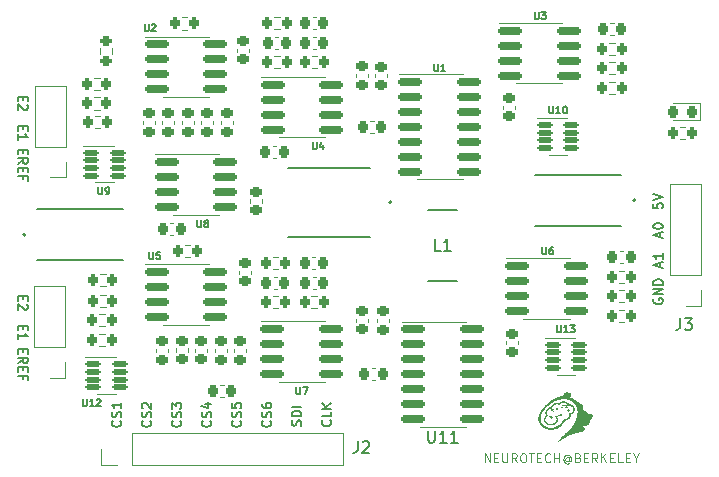
<source format=gto>
%TF.GenerationSoftware,KiCad,Pcbnew,(6.99.0)*%
%TF.CreationDate,2022-12-27T22:07:24-08:00*%
%TF.ProjectId,eog-pcb-kicad,656f672d-7063-4622-9d6b-696361642e6b,rev?*%
%TF.SameCoordinates,Original*%
%TF.FileFunction,Legend,Top*%
%TF.FilePolarity,Positive*%
%FSLAX46Y46*%
G04 Gerber Fmt 4.6, Leading zero omitted, Abs format (unit mm)*
G04 Created by KiCad (PCBNEW (6.99.0)) date 2022-12-27 22:07:24*
%MOMM*%
%LPD*%
G01*
G04 APERTURE LIST*
G04 Aperture macros list*
%AMRoundRect*
0 Rectangle with rounded corners*
0 $1 Rounding radius*
0 $2 $3 $4 $5 $6 $7 $8 $9 X,Y pos of 4 corners*
0 Add a 4 corners polygon primitive as box body*
4,1,4,$2,$3,$4,$5,$6,$7,$8,$9,$2,$3,0*
0 Add four circle primitives for the rounded corners*
1,1,$1+$1,$2,$3*
1,1,$1+$1,$4,$5*
1,1,$1+$1,$6,$7*
1,1,$1+$1,$8,$9*
0 Add four rect primitives between the rounded corners*
20,1,$1+$1,$2,$3,$4,$5,0*
20,1,$1+$1,$4,$5,$6,$7,0*
20,1,$1+$1,$6,$7,$8,$9,0*
20,1,$1+$1,$8,$9,$2,$3,0*%
G04 Aperture macros list end*
%ADD10C,0.120000*%
%ADD11C,0.200000*%
%ADD12C,0.150000*%
%ADD13C,0.127000*%
%ADD14RoundRect,0.218750X0.218750X0.256250X-0.218750X0.256250X-0.218750X-0.256250X0.218750X-0.256250X0*%
%ADD15RoundRect,0.225000X-0.250000X0.225000X-0.250000X-0.225000X0.250000X-0.225000X0.250000X0.225000X0*%
%ADD16RoundRect,0.150000X-0.825000X-0.150000X0.825000X-0.150000X0.825000X0.150000X-0.825000X0.150000X0*%
%ADD17RoundRect,0.200000X0.200000X0.275000X-0.200000X0.275000X-0.200000X-0.275000X0.200000X-0.275000X0*%
%ADD18RoundRect,0.225000X0.250000X-0.225000X0.250000X0.225000X-0.250000X0.225000X-0.250000X-0.225000X0*%
%ADD19RoundRect,0.200000X-0.200000X-0.275000X0.200000X-0.275000X0.200000X0.275000X-0.200000X0.275000X0*%
%ADD20R,1.700000X1.700000*%
%ADD21O,1.700000X1.700000*%
%ADD22RoundRect,0.225000X-0.225000X-0.250000X0.225000X-0.250000X0.225000X0.250000X-0.225000X0.250000X0*%
%ADD23RoundRect,0.225000X0.225000X0.250000X-0.225000X0.250000X-0.225000X-0.250000X0.225000X-0.250000X0*%
%ADD24C,2.200000*%
%ADD25R,1.600000X5.700000*%
%ADD26R,2.250000X3.120000*%
%ADD27RoundRect,0.200000X-0.275000X0.200000X-0.275000X-0.200000X0.275000X-0.200000X0.275000X0.200000X0*%
%ADD28R,2.400000X2.900000*%
%ADD29RoundRect,0.125000X-0.537500X-0.125000X0.537500X-0.125000X0.537500X0.125000X-0.537500X0.125000X0*%
G04 APERTURE END LIST*
D10*
X40391428Y-39333714D02*
X40391428Y-38571714D01*
X40826857Y-39333714D01*
X40826857Y-38571714D01*
X41189714Y-38934571D02*
X41443714Y-38934571D01*
X41552571Y-39333714D02*
X41189714Y-39333714D01*
X41189714Y-38571714D01*
X41552571Y-38571714D01*
X41879142Y-38571714D02*
X41879142Y-39188571D01*
X41915428Y-39261142D01*
X41951714Y-39297428D01*
X42024285Y-39333714D01*
X42169428Y-39333714D01*
X42242000Y-39297428D01*
X42278285Y-39261142D01*
X42314571Y-39188571D01*
X42314571Y-38571714D01*
X43112857Y-39333714D02*
X42858857Y-38970857D01*
X42677428Y-39333714D02*
X42677428Y-38571714D01*
X42967714Y-38571714D01*
X43040285Y-38608000D01*
X43076571Y-38644285D01*
X43112857Y-38716857D01*
X43112857Y-38825714D01*
X43076571Y-38898285D01*
X43040285Y-38934571D01*
X42967714Y-38970857D01*
X42677428Y-38970857D01*
X43584571Y-38571714D02*
X43729714Y-38571714D01*
X43802285Y-38608000D01*
X43874857Y-38680571D01*
X43911142Y-38825714D01*
X43911142Y-39079714D01*
X43874857Y-39224857D01*
X43802285Y-39297428D01*
X43729714Y-39333714D01*
X43584571Y-39333714D01*
X43512000Y-39297428D01*
X43439428Y-39224857D01*
X43403142Y-39079714D01*
X43403142Y-38825714D01*
X43439428Y-38680571D01*
X43512000Y-38608000D01*
X43584571Y-38571714D01*
X44128857Y-38571714D02*
X44564285Y-38571714D01*
X44346571Y-39333714D02*
X44346571Y-38571714D01*
X44818285Y-38934571D02*
X45072285Y-38934571D01*
X45181142Y-39333714D02*
X44818285Y-39333714D01*
X44818285Y-38571714D01*
X45181142Y-38571714D01*
X45943142Y-39261142D02*
X45906857Y-39297428D01*
X45798000Y-39333714D01*
X45725428Y-39333714D01*
X45616571Y-39297428D01*
X45544000Y-39224857D01*
X45507714Y-39152285D01*
X45471428Y-39007142D01*
X45471428Y-38898285D01*
X45507714Y-38753142D01*
X45544000Y-38680571D01*
X45616571Y-38608000D01*
X45725428Y-38571714D01*
X45798000Y-38571714D01*
X45906857Y-38608000D01*
X45943142Y-38644285D01*
X46269714Y-39333714D02*
X46269714Y-38571714D01*
X46269714Y-38934571D02*
X46705142Y-38934571D01*
X46705142Y-39333714D02*
X46705142Y-38571714D01*
X47539714Y-38970857D02*
X47503428Y-38934571D01*
X47430857Y-38898285D01*
X47358285Y-38898285D01*
X47285714Y-38934571D01*
X47249428Y-38970857D01*
X47213142Y-39043428D01*
X47213142Y-39116000D01*
X47249428Y-39188571D01*
X47285714Y-39224857D01*
X47358285Y-39261142D01*
X47430857Y-39261142D01*
X47503428Y-39224857D01*
X47539714Y-39188571D01*
X47539714Y-38898285D02*
X47539714Y-39188571D01*
X47576000Y-39224857D01*
X47612285Y-39224857D01*
X47684857Y-39188571D01*
X47721142Y-39116000D01*
X47721142Y-38934571D01*
X47648571Y-38825714D01*
X47539714Y-38753142D01*
X47394571Y-38716857D01*
X47249428Y-38753142D01*
X47140571Y-38825714D01*
X47068000Y-38934571D01*
X47031714Y-39079714D01*
X47068000Y-39224857D01*
X47140571Y-39333714D01*
X47249428Y-39406285D01*
X47394571Y-39442571D01*
X47539714Y-39406285D01*
X47648571Y-39333714D01*
X48301714Y-38934571D02*
X48410571Y-38970857D01*
X48446857Y-39007142D01*
X48483142Y-39079714D01*
X48483142Y-39188571D01*
X48446857Y-39261142D01*
X48410571Y-39297428D01*
X48338000Y-39333714D01*
X48047714Y-39333714D01*
X48047714Y-38571714D01*
X48301714Y-38571714D01*
X48374285Y-38608000D01*
X48410571Y-38644285D01*
X48446857Y-38716857D01*
X48446857Y-38789428D01*
X48410571Y-38862000D01*
X48374285Y-38898285D01*
X48301714Y-38934571D01*
X48047714Y-38934571D01*
X48809714Y-38934571D02*
X49063714Y-38934571D01*
X49172571Y-39333714D02*
X48809714Y-39333714D01*
X48809714Y-38571714D01*
X49172571Y-38571714D01*
X49934571Y-39333714D02*
X49680571Y-38970857D01*
X49499142Y-39333714D02*
X49499142Y-38571714D01*
X49789428Y-38571714D01*
X49862000Y-38608000D01*
X49898285Y-38644285D01*
X49934571Y-38716857D01*
X49934571Y-38825714D01*
X49898285Y-38898285D01*
X49862000Y-38934571D01*
X49789428Y-38970857D01*
X49499142Y-38970857D01*
X50261142Y-39333714D02*
X50261142Y-38571714D01*
X50696571Y-39333714D02*
X50370000Y-38898285D01*
X50696571Y-38571714D02*
X50261142Y-39007142D01*
X51023142Y-38934571D02*
X51277142Y-38934571D01*
X51386000Y-39333714D02*
X51023142Y-39333714D01*
X51023142Y-38571714D01*
X51386000Y-38571714D01*
X52075428Y-39333714D02*
X51712571Y-39333714D01*
X51712571Y-38571714D01*
X52329428Y-38934571D02*
X52583428Y-38934571D01*
X52692285Y-39333714D02*
X52329428Y-39333714D01*
X52329428Y-38571714D01*
X52692285Y-38571714D01*
X53164000Y-38970857D02*
X53164000Y-39333714D01*
X52910000Y-38571714D02*
X53164000Y-38970857D01*
X53418000Y-38571714D01*
D11*
X1327142Y-29754809D02*
X1327142Y-30021476D01*
X908095Y-30135761D02*
X908095Y-29754809D01*
X1708095Y-29754809D01*
X1708095Y-30135761D01*
X908095Y-30935761D02*
X1289047Y-30669095D01*
X908095Y-30478619D02*
X1708095Y-30478619D01*
X1708095Y-30783380D01*
X1670000Y-30859571D01*
X1631904Y-30897666D01*
X1555714Y-30935761D01*
X1441428Y-30935761D01*
X1365238Y-30897666D01*
X1327142Y-30859571D01*
X1289047Y-30783380D01*
X1289047Y-30478619D01*
X1327142Y-31278619D02*
X1327142Y-31545285D01*
X908095Y-31659571D02*
X908095Y-31278619D01*
X1708095Y-31278619D01*
X1708095Y-31659571D01*
X1327142Y-32269095D02*
X1327142Y-32002428D01*
X908095Y-32002428D02*
X1708095Y-32002428D01*
X1708095Y-32383380D01*
X1327142Y-27768619D02*
X1327142Y-28035285D01*
X908095Y-28149571D02*
X908095Y-27768619D01*
X1708095Y-27768619D01*
X1708095Y-28149571D01*
X908095Y-28911476D02*
X908095Y-28454333D01*
X908095Y-28682904D02*
X1708095Y-28682904D01*
X1593809Y-28606714D01*
X1517619Y-28530523D01*
X1479523Y-28454333D01*
X1327142Y-25271619D02*
X1327142Y-25538285D01*
X908095Y-25652571D02*
X908095Y-25271619D01*
X1708095Y-25271619D01*
X1708095Y-25652571D01*
X1631904Y-25957333D02*
X1670000Y-25995428D01*
X1708095Y-26071619D01*
X1708095Y-26262095D01*
X1670000Y-26338285D01*
X1631904Y-26376380D01*
X1555714Y-26414476D01*
X1479523Y-26414476D01*
X1365238Y-26376380D01*
X908095Y-25919238D01*
X908095Y-26414476D01*
X54679904Y-17424380D02*
X54679904Y-17805333D01*
X55060857Y-17843428D01*
X55022761Y-17805333D01*
X54984666Y-17729142D01*
X54984666Y-17538666D01*
X55022761Y-17462476D01*
X55060857Y-17424380D01*
X55137047Y-17386285D01*
X55327523Y-17386285D01*
X55403714Y-17424380D01*
X55441809Y-17462476D01*
X55479904Y-17538666D01*
X55479904Y-17729142D01*
X55441809Y-17805333D01*
X55403714Y-17843428D01*
X54679904Y-17157714D02*
X55479904Y-16891047D01*
X54679904Y-16624380D01*
X24819809Y-36252047D02*
X24857904Y-36137761D01*
X24857904Y-35947285D01*
X24819809Y-35871095D01*
X24781714Y-35833000D01*
X24705523Y-35794904D01*
X24629333Y-35794904D01*
X24553142Y-35833000D01*
X24515047Y-35871095D01*
X24476952Y-35947285D01*
X24438857Y-36099666D01*
X24400761Y-36175857D01*
X24362666Y-36213952D01*
X24286476Y-36252047D01*
X24210285Y-36252047D01*
X24134095Y-36213952D01*
X24096000Y-36175857D01*
X24057904Y-36099666D01*
X24057904Y-35909190D01*
X24096000Y-35794904D01*
X24857904Y-35452047D02*
X24057904Y-35452047D01*
X24057904Y-35261571D01*
X24096000Y-35147285D01*
X24172190Y-35071095D01*
X24248380Y-35033000D01*
X24400761Y-34994904D01*
X24515047Y-34994904D01*
X24667428Y-35033000D01*
X24743619Y-35071095D01*
X24819809Y-35147285D01*
X24857904Y-35261571D01*
X24857904Y-35452047D01*
X24857904Y-34652047D02*
X24057904Y-34652047D01*
X55251333Y-20256428D02*
X55251333Y-19875476D01*
X55479904Y-20332619D02*
X54679904Y-20065952D01*
X55479904Y-19799285D01*
X54679904Y-19380238D02*
X54679904Y-19304047D01*
X54718000Y-19227857D01*
X54756095Y-19189761D01*
X54832285Y-19151666D01*
X54984666Y-19113571D01*
X55175142Y-19113571D01*
X55327523Y-19151666D01*
X55403714Y-19189761D01*
X55441809Y-19227857D01*
X55479904Y-19304047D01*
X55479904Y-19380238D01*
X55441809Y-19456428D01*
X55403714Y-19494523D01*
X55327523Y-19532619D01*
X55175142Y-19570714D01*
X54984666Y-19570714D01*
X54832285Y-19532619D01*
X54756095Y-19494523D01*
X54718000Y-19456428D01*
X54679904Y-19380238D01*
X14636714Y-35820285D02*
X14674809Y-35858380D01*
X14712904Y-35972666D01*
X14712904Y-36048857D01*
X14674809Y-36163142D01*
X14598619Y-36239333D01*
X14522428Y-36277428D01*
X14370047Y-36315523D01*
X14255761Y-36315523D01*
X14103380Y-36277428D01*
X14027190Y-36239333D01*
X13951000Y-36163142D01*
X13912904Y-36048857D01*
X13912904Y-35972666D01*
X13951000Y-35858380D01*
X13989095Y-35820285D01*
X14674809Y-35515523D02*
X14712904Y-35401238D01*
X14712904Y-35210761D01*
X14674809Y-35134571D01*
X14636714Y-35096476D01*
X14560523Y-35058380D01*
X14484333Y-35058380D01*
X14408142Y-35096476D01*
X14370047Y-35134571D01*
X14331952Y-35210761D01*
X14293857Y-35363142D01*
X14255761Y-35439333D01*
X14217666Y-35477428D01*
X14141476Y-35515523D01*
X14065285Y-35515523D01*
X13989095Y-35477428D01*
X13951000Y-35439333D01*
X13912904Y-35363142D01*
X13912904Y-35172666D01*
X13951000Y-35058380D01*
X13912904Y-34791714D02*
X13912904Y-34296476D01*
X14217666Y-34563142D01*
X14217666Y-34448857D01*
X14255761Y-34372666D01*
X14293857Y-34334571D01*
X14370047Y-34296476D01*
X14560523Y-34296476D01*
X14636714Y-34334571D01*
X14674809Y-34372666D01*
X14712904Y-34448857D01*
X14712904Y-34677428D01*
X14674809Y-34753619D01*
X14636714Y-34791714D01*
X55251333Y-22796428D02*
X55251333Y-22415476D01*
X55479904Y-22872619D02*
X54679904Y-22605952D01*
X55479904Y-22339285D01*
X55479904Y-21653571D02*
X55479904Y-22110714D01*
X55479904Y-21882142D02*
X54679904Y-21882142D01*
X54794190Y-21958333D01*
X54870380Y-22034523D01*
X54908476Y-22110714D01*
X1327142Y-8380619D02*
X1327142Y-8647285D01*
X908095Y-8761571D02*
X908095Y-8380619D01*
X1708095Y-8380619D01*
X1708095Y-8761571D01*
X1631904Y-9066333D02*
X1670000Y-9104428D01*
X1708095Y-9180619D01*
X1708095Y-9371095D01*
X1670000Y-9447285D01*
X1631904Y-9485380D01*
X1555714Y-9523476D01*
X1479523Y-9523476D01*
X1365238Y-9485380D01*
X908095Y-9028238D01*
X908095Y-9523476D01*
X27321714Y-35782190D02*
X27359809Y-35820285D01*
X27397904Y-35934571D01*
X27397904Y-36010761D01*
X27359809Y-36125047D01*
X27283619Y-36201238D01*
X27207428Y-36239333D01*
X27055047Y-36277428D01*
X26940761Y-36277428D01*
X26788380Y-36239333D01*
X26712190Y-36201238D01*
X26636000Y-36125047D01*
X26597904Y-36010761D01*
X26597904Y-35934571D01*
X26636000Y-35820285D01*
X26674095Y-35782190D01*
X27397904Y-35058380D02*
X27397904Y-35439333D01*
X26597904Y-35439333D01*
X27397904Y-34791714D02*
X26597904Y-34791714D01*
X27397904Y-34334571D02*
X26940761Y-34677428D01*
X26597904Y-34334571D02*
X27055047Y-34791714D01*
X12081714Y-35820285D02*
X12119809Y-35858380D01*
X12157904Y-35972666D01*
X12157904Y-36048857D01*
X12119809Y-36163142D01*
X12043619Y-36239333D01*
X11967428Y-36277428D01*
X11815047Y-36315523D01*
X11700761Y-36315523D01*
X11548380Y-36277428D01*
X11472190Y-36239333D01*
X11396000Y-36163142D01*
X11357904Y-36048857D01*
X11357904Y-35972666D01*
X11396000Y-35858380D01*
X11434095Y-35820285D01*
X12119809Y-35515523D02*
X12157904Y-35401238D01*
X12157904Y-35210761D01*
X12119809Y-35134571D01*
X12081714Y-35096476D01*
X12005523Y-35058380D01*
X11929333Y-35058380D01*
X11853142Y-35096476D01*
X11815047Y-35134571D01*
X11776952Y-35210761D01*
X11738857Y-35363142D01*
X11700761Y-35439333D01*
X11662666Y-35477428D01*
X11586476Y-35515523D01*
X11510285Y-35515523D01*
X11434095Y-35477428D01*
X11396000Y-35439333D01*
X11357904Y-35363142D01*
X11357904Y-35172666D01*
X11396000Y-35058380D01*
X11434095Y-34753619D02*
X11396000Y-34715523D01*
X11357904Y-34639333D01*
X11357904Y-34448857D01*
X11396000Y-34372666D01*
X11434095Y-34334571D01*
X11510285Y-34296476D01*
X11586476Y-34296476D01*
X11700761Y-34334571D01*
X12157904Y-34791714D01*
X12157904Y-34296476D01*
X19701714Y-35820285D02*
X19739809Y-35858380D01*
X19777904Y-35972666D01*
X19777904Y-36048857D01*
X19739809Y-36163142D01*
X19663619Y-36239333D01*
X19587428Y-36277428D01*
X19435047Y-36315523D01*
X19320761Y-36315523D01*
X19168380Y-36277428D01*
X19092190Y-36239333D01*
X19016000Y-36163142D01*
X18977904Y-36048857D01*
X18977904Y-35972666D01*
X19016000Y-35858380D01*
X19054095Y-35820285D01*
X19739809Y-35515523D02*
X19777904Y-35401238D01*
X19777904Y-35210761D01*
X19739809Y-35134571D01*
X19701714Y-35096476D01*
X19625523Y-35058380D01*
X19549333Y-35058380D01*
X19473142Y-35096476D01*
X19435047Y-35134571D01*
X19396952Y-35210761D01*
X19358857Y-35363142D01*
X19320761Y-35439333D01*
X19282666Y-35477428D01*
X19206476Y-35515523D01*
X19130285Y-35515523D01*
X19054095Y-35477428D01*
X19016000Y-35439333D01*
X18977904Y-35363142D01*
X18977904Y-35172666D01*
X19016000Y-35058380D01*
X18977904Y-34334571D02*
X18977904Y-34715523D01*
X19358857Y-34753619D01*
X19320761Y-34715523D01*
X19282666Y-34639333D01*
X19282666Y-34448857D01*
X19320761Y-34372666D01*
X19358857Y-34334571D01*
X19435047Y-34296476D01*
X19625523Y-34296476D01*
X19701714Y-34334571D01*
X19739809Y-34372666D01*
X19777904Y-34448857D01*
X19777904Y-34639333D01*
X19739809Y-34715523D01*
X19701714Y-34753619D01*
X22256714Y-35820285D02*
X22294809Y-35858380D01*
X22332904Y-35972666D01*
X22332904Y-36048857D01*
X22294809Y-36163142D01*
X22218619Y-36239333D01*
X22142428Y-36277428D01*
X21990047Y-36315523D01*
X21875761Y-36315523D01*
X21723380Y-36277428D01*
X21647190Y-36239333D01*
X21571000Y-36163142D01*
X21532904Y-36048857D01*
X21532904Y-35972666D01*
X21571000Y-35858380D01*
X21609095Y-35820285D01*
X22294809Y-35515523D02*
X22332904Y-35401238D01*
X22332904Y-35210761D01*
X22294809Y-35134571D01*
X22256714Y-35096476D01*
X22180523Y-35058380D01*
X22104333Y-35058380D01*
X22028142Y-35096476D01*
X21990047Y-35134571D01*
X21951952Y-35210761D01*
X21913857Y-35363142D01*
X21875761Y-35439333D01*
X21837666Y-35477428D01*
X21761476Y-35515523D01*
X21685285Y-35515523D01*
X21609095Y-35477428D01*
X21571000Y-35439333D01*
X21532904Y-35363142D01*
X21532904Y-35172666D01*
X21571000Y-35058380D01*
X21532904Y-34372666D02*
X21532904Y-34525047D01*
X21571000Y-34601238D01*
X21609095Y-34639333D01*
X21723380Y-34715523D01*
X21875761Y-34753619D01*
X22180523Y-34753619D01*
X22256714Y-34715523D01*
X22294809Y-34677428D01*
X22332904Y-34601238D01*
X22332904Y-34448857D01*
X22294809Y-34372666D01*
X22256714Y-34334571D01*
X22180523Y-34296476D01*
X21990047Y-34296476D01*
X21913857Y-34334571D01*
X21875761Y-34372666D01*
X21837666Y-34448857D01*
X21837666Y-34601238D01*
X21875761Y-34677428D01*
X21913857Y-34715523D01*
X21990047Y-34753619D01*
X9541714Y-35820285D02*
X9579809Y-35858380D01*
X9617904Y-35972666D01*
X9617904Y-36048857D01*
X9579809Y-36163142D01*
X9503619Y-36239333D01*
X9427428Y-36277428D01*
X9275047Y-36315523D01*
X9160761Y-36315523D01*
X9008380Y-36277428D01*
X8932190Y-36239333D01*
X8856000Y-36163142D01*
X8817904Y-36048857D01*
X8817904Y-35972666D01*
X8856000Y-35858380D01*
X8894095Y-35820285D01*
X9579809Y-35515523D02*
X9617904Y-35401238D01*
X9617904Y-35210761D01*
X9579809Y-35134571D01*
X9541714Y-35096476D01*
X9465523Y-35058380D01*
X9389333Y-35058380D01*
X9313142Y-35096476D01*
X9275047Y-35134571D01*
X9236952Y-35210761D01*
X9198857Y-35363142D01*
X9160761Y-35439333D01*
X9122666Y-35477428D01*
X9046476Y-35515523D01*
X8970285Y-35515523D01*
X8894095Y-35477428D01*
X8856000Y-35439333D01*
X8817904Y-35363142D01*
X8817904Y-35172666D01*
X8856000Y-35058380D01*
X9617904Y-34296476D02*
X9617904Y-34753619D01*
X9617904Y-34525047D02*
X8817904Y-34525047D01*
X8932190Y-34601238D01*
X9008380Y-34677428D01*
X9046476Y-34753619D01*
X17176714Y-35820285D02*
X17214809Y-35858380D01*
X17252904Y-35972666D01*
X17252904Y-36048857D01*
X17214809Y-36163142D01*
X17138619Y-36239333D01*
X17062428Y-36277428D01*
X16910047Y-36315523D01*
X16795761Y-36315523D01*
X16643380Y-36277428D01*
X16567190Y-36239333D01*
X16491000Y-36163142D01*
X16452904Y-36048857D01*
X16452904Y-35972666D01*
X16491000Y-35858380D01*
X16529095Y-35820285D01*
X17214809Y-35515523D02*
X17252904Y-35401238D01*
X17252904Y-35210761D01*
X17214809Y-35134571D01*
X17176714Y-35096476D01*
X17100523Y-35058380D01*
X17024333Y-35058380D01*
X16948142Y-35096476D01*
X16910047Y-35134571D01*
X16871952Y-35210761D01*
X16833857Y-35363142D01*
X16795761Y-35439333D01*
X16757666Y-35477428D01*
X16681476Y-35515523D01*
X16605285Y-35515523D01*
X16529095Y-35477428D01*
X16491000Y-35439333D01*
X16452904Y-35363142D01*
X16452904Y-35172666D01*
X16491000Y-35058380D01*
X16719571Y-34372666D02*
X17252904Y-34372666D01*
X16414809Y-34563142D02*
X16986238Y-34753619D01*
X16986238Y-34258380D01*
X54718000Y-25501523D02*
X54679904Y-25577714D01*
X54679904Y-25692000D01*
X54718000Y-25806285D01*
X54794190Y-25882476D01*
X54870380Y-25920571D01*
X55022761Y-25958666D01*
X55137047Y-25958666D01*
X55289428Y-25920571D01*
X55365619Y-25882476D01*
X55441809Y-25806285D01*
X55479904Y-25692000D01*
X55479904Y-25615809D01*
X55441809Y-25501523D01*
X55403714Y-25463428D01*
X55137047Y-25463428D01*
X55137047Y-25615809D01*
X55479904Y-25120571D02*
X54679904Y-25120571D01*
X55479904Y-24663428D01*
X54679904Y-24663428D01*
X55479904Y-24282476D02*
X54679904Y-24282476D01*
X54679904Y-24092000D01*
X54718000Y-23977714D01*
X54794190Y-23901523D01*
X54870380Y-23863428D01*
X55022761Y-23825333D01*
X55137047Y-23825333D01*
X55289428Y-23863428D01*
X55365619Y-23901523D01*
X55441809Y-23977714D01*
X55479904Y-24092000D01*
X55479904Y-24282476D01*
X1327142Y-10877619D02*
X1327142Y-11144285D01*
X908095Y-11258571D02*
X908095Y-10877619D01*
X1708095Y-10877619D01*
X1708095Y-11258571D01*
X908095Y-12020476D02*
X908095Y-11563333D01*
X908095Y-11791904D02*
X1708095Y-11791904D01*
X1593809Y-11715714D01*
X1517619Y-11639523D01*
X1479523Y-11563333D01*
X1327142Y-12863809D02*
X1327142Y-13130476D01*
X908095Y-13244761D02*
X908095Y-12863809D01*
X1708095Y-12863809D01*
X1708095Y-13244761D01*
X908095Y-14044761D02*
X1289047Y-13778095D01*
X908095Y-13587619D02*
X1708095Y-13587619D01*
X1708095Y-13892380D01*
X1670000Y-13968571D01*
X1631904Y-14006666D01*
X1555714Y-14044761D01*
X1441428Y-14044761D01*
X1365238Y-14006666D01*
X1327142Y-13968571D01*
X1289047Y-13892380D01*
X1289047Y-13587619D01*
X1327142Y-14387619D02*
X1327142Y-14654285D01*
X908095Y-14768571D02*
X908095Y-14387619D01*
X1708095Y-14387619D01*
X1708095Y-14768571D01*
X1327142Y-15378095D02*
X1327142Y-15111428D01*
X908095Y-15111428D02*
X1708095Y-15111428D01*
X1708095Y-15492380D01*
D12*
X45262857Y-21134428D02*
X45262857Y-21620142D01*
X45291428Y-21677285D01*
X45320000Y-21705857D01*
X45377142Y-21734428D01*
X45491428Y-21734428D01*
X45548571Y-21705857D01*
X45577142Y-21677285D01*
X45605714Y-21620142D01*
X45605714Y-21134428D01*
X46148571Y-21134428D02*
X46034285Y-21134428D01*
X45977142Y-21163000D01*
X45948571Y-21191571D01*
X45891428Y-21277285D01*
X45862857Y-21391571D01*
X45862857Y-21620142D01*
X45891428Y-21677285D01*
X45920000Y-21705857D01*
X45977142Y-21734428D01*
X46091428Y-21734428D01*
X46148571Y-21705857D01*
X46177142Y-21677285D01*
X46205714Y-21620142D01*
X46205714Y-21477285D01*
X46177142Y-21420142D01*
X46148571Y-21391571D01*
X46091428Y-21363000D01*
X45977142Y-21363000D01*
X45920000Y-21391571D01*
X45891428Y-21420142D01*
X45862857Y-21477285D01*
X56943666Y-27138380D02*
X56943666Y-27852666D01*
X56896047Y-27995523D01*
X56800809Y-28090761D01*
X56657952Y-28138380D01*
X56562714Y-28138380D01*
X57324619Y-27138380D02*
X57943666Y-27138380D01*
X57610333Y-27519333D01*
X57753190Y-27519333D01*
X57848428Y-27566952D01*
X57896047Y-27614571D01*
X57943666Y-27709809D01*
X57943666Y-27947904D01*
X57896047Y-28043142D01*
X57848428Y-28090761D01*
X57753190Y-28138380D01*
X57467476Y-28138380D01*
X57372238Y-28090761D01*
X57324619Y-28043142D01*
X25831857Y-12244428D02*
X25831857Y-12730142D01*
X25860428Y-12787285D01*
X25889000Y-12815857D01*
X25946142Y-12844428D01*
X26060428Y-12844428D01*
X26117571Y-12815857D01*
X26146142Y-12787285D01*
X26174714Y-12730142D01*
X26174714Y-12244428D01*
X26717571Y-12444428D02*
X26717571Y-12844428D01*
X26574714Y-12215857D02*
X26431857Y-12644428D01*
X26803285Y-12644428D01*
X35591904Y-36663380D02*
X35591904Y-37472904D01*
X35639523Y-37568142D01*
X35687142Y-37615761D01*
X35782380Y-37663380D01*
X35972857Y-37663380D01*
X36068095Y-37615761D01*
X36115714Y-37568142D01*
X36163333Y-37472904D01*
X36163333Y-36663380D01*
X37163333Y-37663380D02*
X36591904Y-37663380D01*
X36877619Y-37663380D02*
X36877619Y-36663380D01*
X36782380Y-36806238D01*
X36687142Y-36901476D01*
X36591904Y-36949095D01*
X38115714Y-37663380D02*
X37544285Y-37663380D01*
X37830000Y-37663380D02*
X37830000Y-36663380D01*
X37734761Y-36806238D01*
X37639523Y-36901476D01*
X37544285Y-36949095D01*
X16052857Y-18848428D02*
X16052857Y-19334142D01*
X16081428Y-19391285D01*
X16110000Y-19419857D01*
X16167142Y-19448428D01*
X16281428Y-19448428D01*
X16338571Y-19419857D01*
X16367142Y-19391285D01*
X16395714Y-19334142D01*
X16395714Y-18848428D01*
X16767142Y-19105571D02*
X16710000Y-19077000D01*
X16681428Y-19048428D01*
X16652857Y-18991285D01*
X16652857Y-18962714D01*
X16681428Y-18905571D01*
X16710000Y-18877000D01*
X16767142Y-18848428D01*
X16881428Y-18848428D01*
X16938571Y-18877000D01*
X16967142Y-18905571D01*
X16995714Y-18962714D01*
X16995714Y-18991285D01*
X16967142Y-19048428D01*
X16938571Y-19077000D01*
X16881428Y-19105571D01*
X16767142Y-19105571D01*
X16710000Y-19134142D01*
X16681428Y-19162714D01*
X16652857Y-19219857D01*
X16652857Y-19334142D01*
X16681428Y-19391285D01*
X16710000Y-19419857D01*
X16767142Y-19448428D01*
X16881428Y-19448428D01*
X16938571Y-19419857D01*
X16967142Y-19391285D01*
X16995714Y-19334142D01*
X16995714Y-19219857D01*
X16967142Y-19162714D01*
X16938571Y-19134142D01*
X16881428Y-19105571D01*
X36663333Y-21407380D02*
X36187142Y-21407380D01*
X36187142Y-20407380D01*
X37520476Y-21407380D02*
X36949047Y-21407380D01*
X37234761Y-21407380D02*
X37234761Y-20407380D01*
X37139523Y-20550238D01*
X37044285Y-20645476D01*
X36949047Y-20693095D01*
X11988857Y-21515428D02*
X11988857Y-22001142D01*
X12017428Y-22058285D01*
X12046000Y-22086857D01*
X12103142Y-22115428D01*
X12217428Y-22115428D01*
X12274571Y-22086857D01*
X12303142Y-22058285D01*
X12331714Y-22001142D01*
X12331714Y-21515428D01*
X12903142Y-21515428D02*
X12617428Y-21515428D01*
X12588857Y-21801142D01*
X12617428Y-21772571D01*
X12674571Y-21744000D01*
X12817428Y-21744000D01*
X12874571Y-21772571D01*
X12903142Y-21801142D01*
X12931714Y-21858285D01*
X12931714Y-22001142D01*
X12903142Y-22058285D01*
X12874571Y-22086857D01*
X12817428Y-22115428D01*
X12674571Y-22115428D01*
X12617428Y-22086857D01*
X12588857Y-22058285D01*
X11607857Y-2211428D02*
X11607857Y-2697142D01*
X11636428Y-2754285D01*
X11665000Y-2782857D01*
X11722142Y-2811428D01*
X11836428Y-2811428D01*
X11893571Y-2782857D01*
X11922142Y-2754285D01*
X11950714Y-2697142D01*
X11950714Y-2211428D01*
X12207857Y-2268571D02*
X12236428Y-2240000D01*
X12293571Y-2211428D01*
X12436428Y-2211428D01*
X12493571Y-2240000D01*
X12522142Y-2268571D01*
X12550714Y-2325714D01*
X12550714Y-2382857D01*
X12522142Y-2468571D01*
X12179285Y-2811428D01*
X12550714Y-2811428D01*
X36118857Y-5640428D02*
X36118857Y-6126142D01*
X36147428Y-6183285D01*
X36176000Y-6211857D01*
X36233142Y-6240428D01*
X36347428Y-6240428D01*
X36404571Y-6211857D01*
X36433142Y-6183285D01*
X36461714Y-6126142D01*
X36461714Y-5640428D01*
X37061714Y-6240428D02*
X36718857Y-6240428D01*
X36890285Y-6240428D02*
X36890285Y-5640428D01*
X36833142Y-5726142D01*
X36776000Y-5783285D01*
X36718857Y-5811857D01*
X45866142Y-9196428D02*
X45866142Y-9682142D01*
X45894714Y-9739285D01*
X45923285Y-9767857D01*
X45980428Y-9796428D01*
X46094714Y-9796428D01*
X46151857Y-9767857D01*
X46180428Y-9739285D01*
X46209000Y-9682142D01*
X46209000Y-9196428D01*
X46809000Y-9796428D02*
X46466142Y-9796428D01*
X46637571Y-9796428D02*
X46637571Y-9196428D01*
X46580428Y-9282142D01*
X46523285Y-9339285D01*
X46466142Y-9367857D01*
X47180428Y-9196428D02*
X47237571Y-9196428D01*
X47294714Y-9225000D01*
X47323285Y-9253571D01*
X47351857Y-9310714D01*
X47380428Y-9425000D01*
X47380428Y-9567857D01*
X47351857Y-9682142D01*
X47323285Y-9739285D01*
X47294714Y-9767857D01*
X47237571Y-9796428D01*
X47180428Y-9796428D01*
X47123285Y-9767857D01*
X47094714Y-9739285D01*
X47066142Y-9682142D01*
X47037571Y-9567857D01*
X47037571Y-9425000D01*
X47066142Y-9310714D01*
X47094714Y-9253571D01*
X47123285Y-9225000D01*
X47180428Y-9196428D01*
X46501142Y-27738428D02*
X46501142Y-28224142D01*
X46529714Y-28281285D01*
X46558285Y-28309857D01*
X46615428Y-28338428D01*
X46729714Y-28338428D01*
X46786857Y-28309857D01*
X46815428Y-28281285D01*
X46844000Y-28224142D01*
X46844000Y-27738428D01*
X47444000Y-28338428D02*
X47101142Y-28338428D01*
X47272571Y-28338428D02*
X47272571Y-27738428D01*
X47215428Y-27824142D01*
X47158285Y-27881285D01*
X47101142Y-27909857D01*
X47644000Y-27738428D02*
X48015428Y-27738428D01*
X47815428Y-27967000D01*
X47901142Y-27967000D01*
X47958285Y-27995571D01*
X47986857Y-28024142D01*
X48015428Y-28081285D01*
X48015428Y-28224142D01*
X47986857Y-28281285D01*
X47958285Y-28309857D01*
X47901142Y-28338428D01*
X47729714Y-28338428D01*
X47672571Y-28309857D01*
X47644000Y-28281285D01*
X29638666Y-37552380D02*
X29638666Y-38266666D01*
X29591047Y-38409523D01*
X29495809Y-38504761D01*
X29352952Y-38552380D01*
X29257714Y-38552380D01*
X30067238Y-37647619D02*
X30114857Y-37600000D01*
X30210095Y-37552380D01*
X30448190Y-37552380D01*
X30543428Y-37600000D01*
X30591047Y-37647619D01*
X30638666Y-37742857D01*
X30638666Y-37838095D01*
X30591047Y-37980952D01*
X30019619Y-38552380D01*
X30638666Y-38552380D01*
X44627857Y-1195428D02*
X44627857Y-1681142D01*
X44656428Y-1738285D01*
X44685000Y-1766857D01*
X44742142Y-1795428D01*
X44856428Y-1795428D01*
X44913571Y-1766857D01*
X44942142Y-1738285D01*
X44970714Y-1681142D01*
X44970714Y-1195428D01*
X45199285Y-1195428D02*
X45570714Y-1195428D01*
X45370714Y-1424000D01*
X45456428Y-1424000D01*
X45513571Y-1452571D01*
X45542142Y-1481142D01*
X45570714Y-1538285D01*
X45570714Y-1681142D01*
X45542142Y-1738285D01*
X45513571Y-1766857D01*
X45456428Y-1795428D01*
X45285000Y-1795428D01*
X45227857Y-1766857D01*
X45199285Y-1738285D01*
X6369142Y-33961428D02*
X6369142Y-34447142D01*
X6397714Y-34504285D01*
X6426285Y-34532857D01*
X6483428Y-34561428D01*
X6597714Y-34561428D01*
X6654857Y-34532857D01*
X6683428Y-34504285D01*
X6712000Y-34447142D01*
X6712000Y-33961428D01*
X7312000Y-34561428D02*
X6969142Y-34561428D01*
X7140571Y-34561428D02*
X7140571Y-33961428D01*
X7083428Y-34047142D01*
X7026285Y-34104285D01*
X6969142Y-34132857D01*
X7540571Y-34018571D02*
X7569142Y-33990000D01*
X7626285Y-33961428D01*
X7769142Y-33961428D01*
X7826285Y-33990000D01*
X7854857Y-34018571D01*
X7883428Y-34075714D01*
X7883428Y-34132857D01*
X7854857Y-34218571D01*
X7512000Y-34561428D01*
X7883428Y-34561428D01*
X24434857Y-32945428D02*
X24434857Y-33431142D01*
X24463428Y-33488285D01*
X24492000Y-33516857D01*
X24549142Y-33545428D01*
X24663428Y-33545428D01*
X24720571Y-33516857D01*
X24749142Y-33488285D01*
X24777714Y-33431142D01*
X24777714Y-32945428D01*
X25006285Y-32945428D02*
X25406285Y-32945428D01*
X25149142Y-33545428D01*
X7670857Y-16054428D02*
X7670857Y-16540142D01*
X7699428Y-16597285D01*
X7728000Y-16625857D01*
X7785142Y-16654428D01*
X7899428Y-16654428D01*
X7956571Y-16625857D01*
X7985142Y-16597285D01*
X8013714Y-16540142D01*
X8013714Y-16054428D01*
X8328000Y-16654428D02*
X8442285Y-16654428D01*
X8499428Y-16625857D01*
X8528000Y-16597285D01*
X8585142Y-16511571D01*
X8613714Y-16397285D01*
X8613714Y-16168714D01*
X8585142Y-16111571D01*
X8556571Y-16083000D01*
X8499428Y-16054428D01*
X8385142Y-16054428D01*
X8328000Y-16083000D01*
X8299428Y-16111571D01*
X8270857Y-16168714D01*
X8270857Y-16311571D01*
X8299428Y-16368714D01*
X8328000Y-16397285D01*
X8385142Y-16425857D01*
X8499428Y-16425857D01*
X8556571Y-16397285D01*
X8585142Y-16368714D01*
X8613714Y-16311571D01*
G36*
X46266058Y-34825829D02*
G01*
X46278695Y-34821049D01*
X46280335Y-34820509D01*
X46301834Y-34814535D01*
X46324751Y-34809873D01*
X46347988Y-34806675D01*
X46370448Y-34805092D01*
X46390699Y-34805258D01*
X46408311Y-34806247D01*
X46414287Y-34793711D01*
X46422713Y-34779946D01*
X46433910Y-34767665D01*
X46447271Y-34757361D01*
X46462186Y-34749528D01*
X46473549Y-34745694D01*
X46484569Y-34743793D01*
X46497294Y-34743107D01*
X46510122Y-34743637D01*
X46521451Y-34745382D01*
X46522716Y-34745694D01*
X46537591Y-34751162D01*
X46551844Y-34759392D01*
X46564748Y-34769803D01*
X46575579Y-34781815D01*
X46583329Y-34794264D01*
X46587832Y-34805368D01*
X46591363Y-34817841D01*
X46593541Y-34830123D01*
X46594057Y-34838102D01*
X46592356Y-34855005D01*
X46587472Y-34871570D01*
X46579731Y-34887165D01*
X46569459Y-34901159D01*
X46556984Y-34912921D01*
X46554330Y-34914895D01*
X46538700Y-34924026D01*
X46522172Y-34929976D01*
X46505168Y-34932786D01*
X46488109Y-34932494D01*
X46471417Y-34929138D01*
X46455512Y-34922757D01*
X46440815Y-34913390D01*
X46429901Y-34903445D01*
X46418551Y-34889335D01*
X46410354Y-34874613D01*
X46405435Y-34859556D01*
X46403908Y-34845392D01*
X46403908Y-34837571D01*
X46387617Y-34838645D01*
X46368639Y-34840700D01*
X46348272Y-34844310D01*
X46328112Y-34849155D01*
X46314336Y-34853325D01*
X46288095Y-34863391D01*
X46263968Y-34875446D01*
X46241312Y-34889892D01*
X46219485Y-34907126D01*
X46202251Y-34923129D01*
X46179356Y-34945761D01*
X46198729Y-34964611D01*
X46221647Y-34985423D01*
X46245352Y-35003871D01*
X46270771Y-35020624D01*
X46296723Y-35035248D01*
X46333362Y-35052577D01*
X46372017Y-35067188D01*
X46412348Y-35078981D01*
X46454015Y-35087857D01*
X46496679Y-35093717D01*
X46497016Y-35093751D01*
X46505317Y-35094658D01*
X46512436Y-35095584D01*
X46517577Y-35096416D01*
X46519873Y-35097000D01*
X46519327Y-35097827D01*
X46515782Y-35099104D01*
X46509715Y-35100722D01*
X46501606Y-35102574D01*
X46491934Y-35104552D01*
X46481176Y-35106548D01*
X46469811Y-35108453D01*
X46467312Y-35108845D01*
X46456402Y-35110111D01*
X46442791Y-35111043D01*
X46427280Y-35111641D01*
X46410676Y-35111905D01*
X46393781Y-35111836D01*
X46377399Y-35111436D01*
X46362335Y-35110703D01*
X46349392Y-35109640D01*
X46342267Y-35108737D01*
X46303450Y-35101452D01*
X46267072Y-35091840D01*
X46232840Y-35079802D01*
X46200462Y-35065238D01*
X46175525Y-35051597D01*
X46144125Y-35031170D01*
X46115647Y-35008820D01*
X46090009Y-34984456D01*
X46067124Y-34957989D01*
X46046909Y-34929330D01*
X46029280Y-34898388D01*
X46026871Y-34893580D01*
X46014464Y-34865256D01*
X46004497Y-34835842D01*
X45997211Y-34806174D01*
X45992846Y-34777089D01*
X45992581Y-34774259D01*
X45991820Y-34767834D01*
X45990884Y-34763036D01*
X45989948Y-34760707D01*
X45989745Y-34760610D01*
X45986018Y-34761283D01*
X45979651Y-34763155D01*
X45971230Y-34766002D01*
X45961340Y-34769601D01*
X45950563Y-34773730D01*
X45939485Y-34778165D01*
X45928690Y-34782683D01*
X45918762Y-34787062D01*
X45911553Y-34790453D01*
X45879015Y-34808040D01*
X45848433Y-34827930D01*
X45819886Y-34849929D01*
X45793455Y-34873843D01*
X45769218Y-34899477D01*
X45747255Y-34926636D01*
X45727647Y-34955125D01*
X45710473Y-34984752D01*
X45695813Y-35015320D01*
X45683746Y-35046636D01*
X45674353Y-35078504D01*
X45667712Y-35110732D01*
X45663905Y-35143123D01*
X45663010Y-35175484D01*
X45665107Y-35207620D01*
X45670276Y-35239337D01*
X45678597Y-35270439D01*
X45690150Y-35300734D01*
X45696649Y-35314500D01*
X45701930Y-35324521D01*
X45708049Y-35335376D01*
X45714187Y-35345652D01*
X45718802Y-35352860D01*
X45724027Y-35360455D01*
X45727914Y-35365537D01*
X45730938Y-35368615D01*
X45733574Y-35370194D01*
X45735534Y-35370693D01*
X45739102Y-35371145D01*
X45745417Y-35371875D01*
X45753720Y-35372798D01*
X45763255Y-35373830D01*
X45768114Y-35374346D01*
X45799799Y-35378633D01*
X45829141Y-35384656D01*
X45856984Y-35392649D01*
X45884172Y-35402844D01*
X45904609Y-35412060D01*
X45927128Y-35423439D01*
X45949976Y-35435947D01*
X45971612Y-35448730D01*
X45979936Y-35453954D01*
X45991860Y-35461590D01*
X46000600Y-35457160D01*
X46016987Y-35450763D01*
X46034101Y-35447586D01*
X46051440Y-35447550D01*
X46068502Y-35450574D01*
X46084785Y-35456579D01*
X46099789Y-35465483D01*
X46110669Y-35474776D01*
X46122294Y-35488610D01*
X46130662Y-35503674D01*
X46135845Y-35520150D01*
X46137919Y-35538222D01*
X46137968Y-35541651D01*
X46136946Y-35558604D01*
X46133674Y-35573403D01*
X46127846Y-35586834D01*
X46119153Y-35599680D01*
X46111975Y-35607924D01*
X46098335Y-35619989D01*
X46083094Y-35628950D01*
X46066466Y-35634724D01*
X46048662Y-35637228D01*
X46037579Y-35637130D01*
X46019734Y-35634389D01*
X46003374Y-35628683D01*
X45988716Y-35620335D01*
X45975980Y-35609667D01*
X45965386Y-35597001D01*
X45957152Y-35582662D01*
X45951497Y-35566970D01*
X45948641Y-35550249D01*
X45948709Y-35542968D01*
X45985013Y-35542968D01*
X45986888Y-35556056D01*
X45987098Y-35556798D01*
X45992515Y-35569817D01*
X46000345Y-35580884D01*
X46010127Y-35589751D01*
X46021402Y-35596169D01*
X46033707Y-35599892D01*
X46046583Y-35600673D01*
X46059569Y-35598263D01*
X46062442Y-35597263D01*
X46075750Y-35590508D01*
X46086476Y-35581370D01*
X46094555Y-35569920D01*
X46099924Y-35556228D01*
X46100206Y-35555151D01*
X46101828Y-35541946D01*
X46100244Y-35528895D01*
X46095748Y-35516553D01*
X46088634Y-35505471D01*
X46079194Y-35496206D01*
X46067724Y-35489311D01*
X46064631Y-35488043D01*
X46051446Y-35484804D01*
X46037845Y-35484531D01*
X46024808Y-35487193D01*
X46019087Y-35489482D01*
X46007311Y-35496836D01*
X45997766Y-35506386D01*
X45990702Y-35517608D01*
X45986368Y-35529977D01*
X45985013Y-35542968D01*
X45948709Y-35542968D01*
X45948803Y-35532821D01*
X45952202Y-35515009D01*
X45952941Y-35512527D01*
X45954779Y-35506016D01*
X45955358Y-35501978D01*
X45954759Y-35499629D01*
X45954311Y-35499085D01*
X45951437Y-35496923D01*
X45946004Y-35493444D01*
X45938576Y-35488966D01*
X45929712Y-35483809D01*
X45919976Y-35478293D01*
X45909928Y-35472735D01*
X45900129Y-35467456D01*
X45891142Y-35462774D01*
X45885236Y-35459828D01*
X45854066Y-35446415D01*
X45822039Y-35436085D01*
X45788726Y-35428729D01*
X45753702Y-35424235D01*
X45746101Y-35423645D01*
X45730250Y-35422547D01*
X45706474Y-35437789D01*
X45689686Y-35448781D01*
X45675274Y-35458792D01*
X45662471Y-35468432D01*
X45650513Y-35478312D01*
X45638632Y-35489043D01*
X45626063Y-35501236D01*
X45622805Y-35504501D01*
X45603912Y-35524559D01*
X45587814Y-35543978D01*
X45574038Y-35563440D01*
X45562113Y-35583626D01*
X45551570Y-35605219D01*
X45548881Y-35611420D01*
X45538243Y-35640932D01*
X45531050Y-35670902D01*
X45527280Y-35701161D01*
X45526911Y-35731540D01*
X45529922Y-35761869D01*
X45536292Y-35791977D01*
X45545998Y-35821696D01*
X45559020Y-35850856D01*
X45575336Y-35879287D01*
X45584578Y-35892973D01*
X45592197Y-35902902D01*
X45601903Y-35914331D01*
X45613029Y-35926562D01*
X45624906Y-35938899D01*
X45636869Y-35950644D01*
X45648251Y-35961099D01*
X45656084Y-35967739D01*
X45687598Y-35990992D01*
X45721478Y-36011722D01*
X45757577Y-36029875D01*
X45795750Y-36045399D01*
X45835851Y-36058239D01*
X45877733Y-36068342D01*
X45921250Y-36075654D01*
X45961962Y-36079824D01*
X45979836Y-36080758D01*
X45997342Y-36080876D01*
X46015183Y-36080126D01*
X46034059Y-36078458D01*
X46054673Y-36075822D01*
X46077728Y-36072165D01*
X46085132Y-36070877D01*
X46126221Y-36062286D01*
X46165763Y-36051373D01*
X46203616Y-36038246D01*
X46239637Y-36023016D01*
X46273684Y-36005791D01*
X46305617Y-35986680D01*
X46335292Y-35965794D01*
X46362568Y-35943240D01*
X46387303Y-35919128D01*
X46409356Y-35893568D01*
X46428583Y-35866669D01*
X46444844Y-35838539D01*
X46457996Y-35809288D01*
X46467898Y-35779025D01*
X46468777Y-35775661D01*
X46472341Y-35760676D01*
X46474905Y-35747198D01*
X46476577Y-35734183D01*
X46477464Y-35720589D01*
X46477673Y-35705372D01*
X46477429Y-35691523D01*
X46475727Y-35663954D01*
X46472039Y-35638182D01*
X46466148Y-35613344D01*
X46457833Y-35588578D01*
X46446876Y-35563020D01*
X46442527Y-35554029D01*
X46424968Y-35522430D01*
X46404022Y-35491475D01*
X46379781Y-35461272D01*
X46352338Y-35431927D01*
X46321787Y-35403544D01*
X46288220Y-35376230D01*
X46282386Y-35371825D01*
X46276046Y-35367066D01*
X46270700Y-35363014D01*
X46267018Y-35360178D01*
X46265763Y-35359167D01*
X46266304Y-35358788D01*
X46269623Y-35359386D01*
X46275161Y-35360801D01*
X46282360Y-35362877D01*
X46290661Y-35365456D01*
X46299508Y-35368381D01*
X46304364Y-35370066D01*
X46341232Y-35384916D01*
X46376484Y-35402810D01*
X46409909Y-35423614D01*
X46441296Y-35447194D01*
X46470432Y-35473417D01*
X46473730Y-35476698D01*
X46493357Y-35496432D01*
X46507979Y-35476888D01*
X46533903Y-35445163D01*
X46562439Y-35415790D01*
X46593532Y-35388817D01*
X46627130Y-35364293D01*
X46646197Y-35352143D01*
X46655609Y-35346658D01*
X46666553Y-35340642D01*
X46678290Y-35334471D01*
X46690079Y-35328516D01*
X46701177Y-35323151D01*
X46710844Y-35318749D01*
X46718339Y-35315682D01*
X46719370Y-35315312D01*
X46725741Y-35313087D01*
X46726132Y-35307462D01*
X46763193Y-35307462D01*
X46764781Y-35321385D01*
X46769272Y-35333861D01*
X46776252Y-35344634D01*
X46785311Y-35353451D01*
X46796036Y-35360056D01*
X46808015Y-35364196D01*
X46820836Y-35365615D01*
X46834087Y-35364060D01*
X46847197Y-35359353D01*
X46858894Y-35351878D01*
X46867981Y-35342509D01*
X46874462Y-35331713D01*
X46878342Y-35319960D01*
X46879623Y-35307717D01*
X46878309Y-35295453D01*
X46874403Y-35283635D01*
X46867910Y-35272731D01*
X46858833Y-35263211D01*
X46847175Y-35255541D01*
X46846401Y-35255154D01*
X46839424Y-35251988D01*
X46833620Y-35250236D01*
X46827274Y-35249505D01*
X46821312Y-35249389D01*
X46813489Y-35249624D01*
X46807458Y-35250592D01*
X46801506Y-35252686D01*
X46796224Y-35255154D01*
X46783873Y-35263018D01*
X46774253Y-35272986D01*
X46767529Y-35284801D01*
X46763861Y-35298206D01*
X46763193Y-35307462D01*
X46726132Y-35307462D01*
X46726671Y-35299707D01*
X46729578Y-35282161D01*
X46735600Y-35265858D01*
X46744451Y-35251120D01*
X46755845Y-35238269D01*
X46769499Y-35227626D01*
X46785126Y-35219513D01*
X46802422Y-35214256D01*
X46811653Y-35212518D01*
X46818931Y-35211716D01*
X46825698Y-35211853D01*
X46833396Y-35212927D01*
X46840203Y-35214256D01*
X46857880Y-35219592D01*
X46873711Y-35227858D01*
X46887499Y-35238922D01*
X46899045Y-35252654D01*
X46899331Y-35253072D01*
X46905934Y-35263528D01*
X46910521Y-35272984D01*
X46913415Y-35282531D01*
X46914938Y-35293258D01*
X46915413Y-35306258D01*
X46915415Y-35307462D01*
X46915012Y-35320697D01*
X46913587Y-35331570D01*
X46910818Y-35341172D01*
X46906383Y-35350595D01*
X46899958Y-35360927D01*
X46899331Y-35361852D01*
X46887851Y-35375656D01*
X46874122Y-35386796D01*
X46858345Y-35395141D01*
X46840717Y-35400560D01*
X46840203Y-35400667D01*
X46830972Y-35402406D01*
X46823694Y-35403207D01*
X46816927Y-35403070D01*
X46809229Y-35401996D01*
X46802422Y-35400667D01*
X46784685Y-35395318D01*
X46768846Y-35387025D01*
X46755018Y-35375862D01*
X46743314Y-35361905D01*
X46742979Y-35361418D01*
X46734401Y-35348863D01*
X46722819Y-35355197D01*
X46698900Y-35369450D01*
X46674390Y-35386251D01*
X46650164Y-35404946D01*
X46627097Y-35424881D01*
X46617185Y-35434220D01*
X46596566Y-35455171D01*
X46578699Y-35475464D01*
X46563067Y-35495756D01*
X46549154Y-35516702D01*
X46540613Y-35531289D01*
X46530711Y-35549056D01*
X46539504Y-35564741D01*
X46553455Y-35592914D01*
X46565044Y-35623177D01*
X46574138Y-35654892D01*
X46580603Y-35687422D01*
X46584305Y-35720129D01*
X46585111Y-35752376D01*
X46583728Y-35775940D01*
X46578341Y-35813224D01*
X46569558Y-35849663D01*
X46557420Y-35885167D01*
X46541973Y-35919648D01*
X46523258Y-35953016D01*
X46501320Y-35985182D01*
X46476203Y-36016057D01*
X46457170Y-36036428D01*
X46426106Y-36065432D01*
X46392602Y-36091999D01*
X46356837Y-36116044D01*
X46318991Y-36137487D01*
X46279243Y-36156243D01*
X46237771Y-36172232D01*
X46194757Y-36185369D01*
X46150377Y-36195572D01*
X46104813Y-36202759D01*
X46093594Y-36204039D01*
X46082188Y-36204950D01*
X46067908Y-36205626D01*
X46051393Y-36206072D01*
X46033283Y-36206296D01*
X46014217Y-36206303D01*
X45994835Y-36206101D01*
X45975776Y-36205696D01*
X45957680Y-36205095D01*
X45941187Y-36204303D01*
X45926936Y-36203327D01*
X45916057Y-36202237D01*
X45867391Y-36194629D01*
X45820247Y-36184135D01*
X45774753Y-36170812D01*
X45731035Y-36154719D01*
X45689221Y-36135915D01*
X45649440Y-36114460D01*
X45611819Y-36090412D01*
X45576485Y-36063830D01*
X45543566Y-36034773D01*
X45534698Y-36026100D01*
X45520755Y-36011795D01*
X45508716Y-35998566D01*
X45497785Y-35985440D01*
X45487164Y-35971444D01*
X45476057Y-35955606D01*
X45471888Y-35949418D01*
X45452306Y-35917110D01*
X45435613Y-35883232D01*
X45422022Y-35848267D01*
X45412254Y-35814790D01*
X45405367Y-35779504D01*
X45401700Y-35743336D01*
X45401245Y-35706806D01*
X45403995Y-35670432D01*
X45409944Y-35634733D01*
X45414949Y-35614204D01*
X45426427Y-35578841D01*
X45441210Y-35544164D01*
X45459105Y-35510458D01*
X45479920Y-35478006D01*
X45503459Y-35447093D01*
X45529531Y-35418004D01*
X45557940Y-35391021D01*
X45578447Y-35374060D01*
X45583377Y-35370211D01*
X45579974Y-35363493D01*
X45576366Y-35355703D01*
X45572112Y-35345472D01*
X45567564Y-35333738D01*
X45563071Y-35321440D01*
X45558985Y-35309515D01*
X45555655Y-35298902D01*
X45554997Y-35296618D01*
X45545923Y-35257977D01*
X45540222Y-35218690D01*
X45537847Y-35178964D01*
X45538750Y-35139002D01*
X45542887Y-35099009D01*
X45550211Y-35059189D01*
X45560675Y-35019748D01*
X45574233Y-34980890D01*
X45590839Y-34942820D01*
X45610447Y-34905742D01*
X45633009Y-34869861D01*
X45658480Y-34835381D01*
X45659802Y-34833731D01*
X45687488Y-34801932D01*
X45717691Y-34772125D01*
X45750112Y-34744494D01*
X45784451Y-34719227D01*
X45820408Y-34696510D01*
X45857683Y-34676528D01*
X45895976Y-34659468D01*
X45934988Y-34645516D01*
X45974418Y-34634858D01*
X45983313Y-34632933D01*
X45990698Y-34631329D01*
X45995393Y-34629971D01*
X45998171Y-34628476D01*
X45999808Y-34626462D01*
X46000784Y-34624305D01*
X46015529Y-34590899D01*
X46032529Y-34559580D01*
X46052080Y-34529911D01*
X46074477Y-34501455D01*
X46100015Y-34473774D01*
X46107431Y-34466431D01*
X46138231Y-34438908D01*
X46171319Y-34413910D01*
X46206467Y-34391497D01*
X46243446Y-34371729D01*
X46282028Y-34354667D01*
X46321986Y-34340369D01*
X46363092Y-34328897D01*
X46405116Y-34320310D01*
X46447831Y-34314668D01*
X46491009Y-34312031D01*
X46534422Y-34312460D01*
X46577841Y-34316013D01*
X46621038Y-34322752D01*
X46639214Y-34326581D01*
X46658772Y-34331028D01*
X46671796Y-34317538D01*
X46693047Y-34297311D01*
X46717103Y-34277581D01*
X46743245Y-34258845D01*
X46770756Y-34241599D01*
X46798917Y-34226338D01*
X46814777Y-34218812D01*
X46855604Y-34202353D01*
X46897850Y-34188956D01*
X46941219Y-34178622D01*
X46985414Y-34171351D01*
X47030141Y-34167147D01*
X47075103Y-34166010D01*
X47120004Y-34167941D01*
X47164549Y-34172944D01*
X47208440Y-34181018D01*
X47251383Y-34192166D01*
X47293082Y-34206390D01*
X47316674Y-34216091D01*
X47351825Y-34233117D01*
X47385030Y-34252460D01*
X47416006Y-34273912D01*
X47444468Y-34297268D01*
X47470130Y-34322319D01*
X47483197Y-34337042D01*
X47493540Y-34350111D01*
X47504041Y-34364759D01*
X47514063Y-34380009D01*
X47522967Y-34394881D01*
X47530114Y-34408398D01*
X47531033Y-34410330D01*
X47538762Y-34426863D01*
X47579389Y-34426958D01*
X47611883Y-34427854D01*
X47642107Y-34430499D01*
X47670941Y-34435059D01*
X47699263Y-34441703D01*
X47727953Y-34450600D01*
X47754258Y-34460449D01*
X47791509Y-34477161D01*
X47826352Y-34496442D01*
X47858793Y-34518298D01*
X47888838Y-34542734D01*
X47916493Y-34569755D01*
X47941765Y-34599367D01*
X47964661Y-34631575D01*
X47968524Y-34637638D01*
X47986473Y-34669578D01*
X48001477Y-34703306D01*
X48013426Y-34738522D01*
X48022209Y-34774923D01*
X48025351Y-34793280D01*
X48026579Y-34804173D01*
X48027506Y-34817725D01*
X48028126Y-34833082D01*
X48028433Y-34849393D01*
X48028420Y-34865805D01*
X48028081Y-34881467D01*
X48027409Y-34895526D01*
X48026398Y-34907129D01*
X48026223Y-34908550D01*
X48019508Y-34947481D01*
X48009554Y-34985138D01*
X47996433Y-35021389D01*
X47980217Y-35056100D01*
X47960978Y-35089138D01*
X47938786Y-35120370D01*
X47913714Y-35149662D01*
X47885833Y-35176882D01*
X47878912Y-35182937D01*
X47851824Y-35204214D01*
X47822409Y-35223766D01*
X47791279Y-35241289D01*
X47759047Y-35256479D01*
X47726326Y-35269032D01*
X47693727Y-35278644D01*
X47679791Y-35281819D01*
X47669119Y-35284025D01*
X47670663Y-35295743D01*
X47671573Y-35305564D01*
X47672146Y-35318004D01*
X47672392Y-35332176D01*
X47672322Y-35347194D01*
X47671946Y-35362171D01*
X47671275Y-35376221D01*
X47670319Y-35388458D01*
X47669490Y-35395434D01*
X47662454Y-35432174D01*
X47652060Y-35467935D01*
X47638353Y-35502654D01*
X47621376Y-35536267D01*
X47601174Y-35568711D01*
X47577790Y-35599921D01*
X47551268Y-35629835D01*
X47521654Y-35658388D01*
X47488989Y-35685518D01*
X47453319Y-35711160D01*
X47449151Y-35713928D01*
X47411127Y-35737018D01*
X47370917Y-35757711D01*
X47329071Y-35775793D01*
X47286135Y-35791048D01*
X47242661Y-35803261D01*
X47199196Y-35812215D01*
X47198597Y-35812316D01*
X47175210Y-35816210D01*
X47162600Y-35838344D01*
X47124359Y-35902699D01*
X47084385Y-35964600D01*
X47042774Y-36023925D01*
X46999627Y-36080554D01*
X46955041Y-36134367D01*
X46909117Y-36185243D01*
X46861952Y-36233060D01*
X46813645Y-36277699D01*
X46778469Y-36307593D01*
X46725788Y-36348675D01*
X46672105Y-36386384D01*
X46617388Y-36420734D01*
X46561604Y-36451740D01*
X46504720Y-36479415D01*
X46446704Y-36503773D01*
X46387523Y-36524828D01*
X46327145Y-36542595D01*
X46265535Y-36557087D01*
X46202663Y-36568317D01*
X46152057Y-36574896D01*
X46137852Y-36576182D01*
X46120815Y-36577292D01*
X46101633Y-36578212D01*
X46080995Y-36578931D01*
X46059587Y-36579435D01*
X46038096Y-36579712D01*
X46017209Y-36579749D01*
X45997614Y-36579534D01*
X45979998Y-36579054D01*
X45965370Y-36578318D01*
X45901889Y-36572393D01*
X45838940Y-36563115D01*
X45776678Y-36550555D01*
X45715262Y-36534785D01*
X45654849Y-36515877D01*
X45595596Y-36493902D01*
X45537661Y-36468933D01*
X45481202Y-36441040D01*
X45426375Y-36410296D01*
X45373338Y-36376772D01*
X45322248Y-36340540D01*
X45273263Y-36301671D01*
X45226540Y-36260238D01*
X45191303Y-36225711D01*
X45152185Y-36183491D01*
X45116098Y-36140124D01*
X45083074Y-36095707D01*
X45053149Y-36050339D01*
X45026353Y-36004116D01*
X45002722Y-35957137D01*
X44982287Y-35909500D01*
X44965082Y-35861302D01*
X44951141Y-35812641D01*
X44940497Y-35763615D01*
X44933182Y-35714322D01*
X44929230Y-35664859D01*
X44928675Y-35615325D01*
X44931549Y-35565816D01*
X44937886Y-35516432D01*
X44942249Y-35492388D01*
X44953648Y-35442029D01*
X44968059Y-35390182D01*
X44985393Y-35337035D01*
X45005568Y-35282782D01*
X45028496Y-35227611D01*
X45054092Y-35171714D01*
X45082271Y-35115281D01*
X45112947Y-35058504D01*
X45146035Y-35001573D01*
X45181449Y-34944679D01*
X45201646Y-34913834D01*
X45243766Y-34852471D01*
X45287375Y-34792634D01*
X45332769Y-34733965D01*
X45380247Y-34676108D01*
X45430106Y-34618704D01*
X45482643Y-34561398D01*
X45538157Y-34503831D01*
X45568454Y-34473522D01*
X45643337Y-34401871D01*
X45719965Y-34333264D01*
X45798327Y-34267709D01*
X45878411Y-34205216D01*
X45960207Y-34145792D01*
X46043703Y-34089446D01*
X46128887Y-34036187D01*
X46209296Y-33989610D01*
X46226448Y-33980215D01*
X46245955Y-33969825D01*
X46267185Y-33958757D01*
X46289505Y-33947328D01*
X46312283Y-33935854D01*
X46334887Y-33924653D01*
X46356686Y-33914042D01*
X46377046Y-33904337D01*
X46395335Y-33895856D01*
X46404789Y-33891604D01*
X46482088Y-33858918D01*
X46558800Y-33829679D01*
X46634916Y-33803889D01*
X46710430Y-33781549D01*
X46785332Y-33762663D01*
X46859614Y-33747231D01*
X46933269Y-33735256D01*
X47006288Y-33726741D01*
X47034977Y-33724330D01*
X47045390Y-33723519D01*
X47054536Y-33722744D01*
X47061858Y-33722059D01*
X47066799Y-33721516D01*
X47068803Y-33721165D01*
X47068813Y-33721157D01*
X47068752Y-33719256D01*
X47068038Y-33714679D01*
X47066798Y-33708184D01*
X47065694Y-33702930D01*
X47063897Y-33692036D01*
X47062596Y-33678729D01*
X47061799Y-33663892D01*
X47061511Y-33648409D01*
X47061740Y-33633164D01*
X47062491Y-33619038D01*
X47063772Y-33606917D01*
X47064933Y-33600339D01*
X47072439Y-33573703D01*
X47082784Y-33549147D01*
X47095967Y-33526675D01*
X47111982Y-33506290D01*
X47130827Y-33487994D01*
X47152497Y-33471791D01*
X47176989Y-33457683D01*
X47204298Y-33445673D01*
X47234422Y-33435765D01*
X47267357Y-33427961D01*
X47290903Y-33423924D01*
X47319965Y-33420487D01*
X47351199Y-33418342D01*
X47383918Y-33417457D01*
X47417438Y-33417801D01*
X47451072Y-33419340D01*
X47484134Y-33422043D01*
X47515939Y-33425876D01*
X47545802Y-33430809D01*
X47573036Y-33436808D01*
X47575038Y-33437322D01*
X47603736Y-33445924D01*
X47629855Y-33456129D01*
X47653250Y-33467853D01*
X47673773Y-33481013D01*
X47691280Y-33495526D01*
X47705624Y-33511307D01*
X47706500Y-33512450D01*
X47718152Y-33530706D01*
X47726783Y-33550678D01*
X47732393Y-33572271D01*
X47734983Y-33595393D01*
X47734555Y-33619949D01*
X47731108Y-33645847D01*
X47724645Y-33672993D01*
X47715166Y-33701293D01*
X47704400Y-33726924D01*
X47690923Y-33754189D01*
X47674918Y-33782756D01*
X47662487Y-33803043D01*
X47655663Y-33813467D01*
X47647480Y-33825424D01*
X47638434Y-33838238D01*
X47629017Y-33851231D01*
X47619725Y-33863729D01*
X47611052Y-33875053D01*
X47603491Y-33884528D01*
X47599509Y-33889257D01*
X47595491Y-33894039D01*
X47592754Y-33897603D01*
X47591777Y-33899318D01*
X47591849Y-33899384D01*
X47593805Y-33898554D01*
X47597971Y-33896354D01*
X47603532Y-33893218D01*
X47604920Y-33892413D01*
X47628150Y-33880351D01*
X47653387Y-33869957D01*
X47679311Y-33861742D01*
X47691610Y-33858725D01*
X47704392Y-33856517D01*
X47719223Y-33854952D01*
X47735026Y-33854064D01*
X47750728Y-33853886D01*
X47765255Y-33854452D01*
X47777532Y-33855797D01*
X47778551Y-33855968D01*
X47802064Y-33861381D01*
X47824350Y-33869295D01*
X47845654Y-33879874D01*
X47866226Y-33893284D01*
X47886312Y-33909688D01*
X47906161Y-33929251D01*
X47926019Y-33952136D01*
X47928838Y-33955644D01*
X47944745Y-33974918D01*
X47960689Y-33992720D01*
X47977243Y-34009596D01*
X47994979Y-34026089D01*
X48014469Y-34042745D01*
X48036285Y-34060107D01*
X48047987Y-34069029D01*
X48060864Y-34078611D01*
X48073908Y-34088063D01*
X48087321Y-34097507D01*
X48101301Y-34107066D01*
X48116047Y-34116860D01*
X48131758Y-34127013D01*
X48148635Y-34137645D01*
X48166877Y-34148880D01*
X48186682Y-34160837D01*
X48208250Y-34173640D01*
X48231781Y-34187411D01*
X48257474Y-34202270D01*
X48285529Y-34218340D01*
X48316144Y-34235744D01*
X48349519Y-34254602D01*
X48375570Y-34269261D01*
X48412312Y-34290028D01*
X48446061Y-34309367D01*
X48476989Y-34327394D01*
X48505269Y-34344224D01*
X48531073Y-34359974D01*
X48554574Y-34374758D01*
X48575945Y-34388692D01*
X48595359Y-34401892D01*
X48612988Y-34414473D01*
X48629005Y-34426550D01*
X48643583Y-34438240D01*
X48656894Y-34449658D01*
X48669111Y-34460918D01*
X48680407Y-34472138D01*
X48683176Y-34475022D01*
X48703019Y-34498021D01*
X48719498Y-34521817D01*
X48732725Y-34546639D01*
X48742815Y-34572716D01*
X48749879Y-34600279D01*
X48752520Y-34616191D01*
X48754664Y-34644041D01*
X48753773Y-34673096D01*
X48749943Y-34702948D01*
X48743271Y-34733187D01*
X48733852Y-34763406D01*
X48721783Y-34793195D01*
X48707160Y-34822146D01*
X48701950Y-34831178D01*
X48694017Y-34844507D01*
X48723423Y-34859664D01*
X48761536Y-34880250D01*
X48799697Y-34902676D01*
X48837193Y-34926473D01*
X48873307Y-34951171D01*
X48907327Y-34976300D01*
X48937079Y-35000163D01*
X48954041Y-35014973D01*
X48972062Y-35031759D01*
X48990192Y-35049600D01*
X49007483Y-35067579D01*
X49014712Y-35075439D01*
X49034258Y-35097030D01*
X49179983Y-35192119D01*
X49200497Y-35205488D01*
X49220206Y-35218297D01*
X49238906Y-35230418D01*
X49256394Y-35241718D01*
X49272466Y-35252069D01*
X49286919Y-35261340D01*
X49299551Y-35269401D01*
X49310157Y-35276121D01*
X49318535Y-35281371D01*
X49324481Y-35285020D01*
X49327793Y-35286938D01*
X49328411Y-35287208D01*
X49331916Y-35286830D01*
X49338307Y-35285772D01*
X49347038Y-35284146D01*
X49357564Y-35282064D01*
X49369338Y-35279641D01*
X49381814Y-35276987D01*
X49394448Y-35274217D01*
X49406692Y-35271442D01*
X49418001Y-35268776D01*
X49419843Y-35268329D01*
X49431460Y-35265522D01*
X49440252Y-35263495D01*
X49446809Y-35262165D01*
X49451719Y-35261449D01*
X49455573Y-35261262D01*
X49458960Y-35261523D01*
X49462469Y-35262146D01*
X49462896Y-35262234D01*
X49475393Y-35266599D01*
X49486855Y-35274027D01*
X49497230Y-35284201D01*
X49506465Y-35296802D01*
X49514506Y-35311510D01*
X49521302Y-35328008D01*
X49526800Y-35345977D01*
X49530947Y-35365097D01*
X49533689Y-35385051D01*
X49534975Y-35405519D01*
X49534751Y-35426183D01*
X49532966Y-35446724D01*
X49529565Y-35466824D01*
X49524496Y-35486164D01*
X49517707Y-35504424D01*
X49509144Y-35521287D01*
X49506500Y-35525593D01*
X49504002Y-35529693D01*
X49502288Y-35533326D01*
X49501158Y-35537362D01*
X49500412Y-35542671D01*
X49499847Y-35550121D01*
X49499522Y-35555812D01*
X49496908Y-35580895D01*
X49491879Y-35603655D01*
X49484334Y-35624423D01*
X49474170Y-35643533D01*
X49471561Y-35647565D01*
X49459129Y-35663108D01*
X49444460Y-35675951D01*
X49427620Y-35686056D01*
X49408677Y-35693388D01*
X49387697Y-35697910D01*
X49377167Y-35699052D01*
X49362161Y-35700209D01*
X49351854Y-35740716D01*
X49339210Y-35789046D01*
X49326457Y-35835115D01*
X49313631Y-35878837D01*
X49300767Y-35920126D01*
X49287902Y-35958897D01*
X49275071Y-35995064D01*
X49262311Y-36028541D01*
X49249657Y-36059243D01*
X49237146Y-36087084D01*
X49224813Y-36111979D01*
X49212695Y-36133842D01*
X49200826Y-36152587D01*
X49189244Y-36168129D01*
X49177985Y-36180381D01*
X49167083Y-36189259D01*
X49162355Y-36192103D01*
X49153201Y-36196286D01*
X49141066Y-36200764D01*
X49126464Y-36205409D01*
X49109912Y-36210091D01*
X49091924Y-36214682D01*
X49073017Y-36219053D01*
X49053705Y-36223076D01*
X49034503Y-36226623D01*
X49015928Y-36229564D01*
X49007840Y-36230665D01*
X48995919Y-36231854D01*
X48981166Y-36232783D01*
X48964264Y-36233452D01*
X48945893Y-36233860D01*
X48926735Y-36234008D01*
X48907471Y-36233897D01*
X48888783Y-36233524D01*
X48871353Y-36232892D01*
X48855861Y-36232000D01*
X48842989Y-36230847D01*
X48841407Y-36230662D01*
X48820017Y-36227824D01*
X48797506Y-36224413D01*
X48775165Y-36220641D01*
X48754281Y-36216722D01*
X48743029Y-36214397D01*
X48734967Y-36212588D01*
X48725355Y-36210316D01*
X48714882Y-36207757D01*
X48704237Y-36205086D01*
X48694108Y-36202480D01*
X48685183Y-36200113D01*
X48678151Y-36198160D01*
X48673702Y-36196798D01*
X48673115Y-36196586D01*
X48671220Y-36196532D01*
X48671135Y-36199008D01*
X48671276Y-36199726D01*
X48672013Y-36203377D01*
X48673188Y-36209360D01*
X48674580Y-36216550D01*
X48674972Y-36218593D01*
X48679683Y-36237931D01*
X48686339Y-36257709D01*
X48694524Y-36276953D01*
X48703820Y-36294689D01*
X48713811Y-36309944D01*
X48714423Y-36310759D01*
X48730106Y-36328598D01*
X48748771Y-36344732D01*
X48770276Y-36359074D01*
X48794474Y-36371537D01*
X48821221Y-36382037D01*
X48847501Y-36389774D01*
X48863574Y-36393387D01*
X48880467Y-36396397D01*
X48897070Y-36398647D01*
X48912274Y-36399981D01*
X48921822Y-36400285D01*
X48935132Y-36400285D01*
X48933953Y-36405128D01*
X48932853Y-36408628D01*
X48930735Y-36414557D01*
X48927906Y-36422082D01*
X48924729Y-36430226D01*
X48908497Y-36466632D01*
X48888970Y-36502593D01*
X48866370Y-36537826D01*
X48840921Y-36572046D01*
X48812847Y-36604970D01*
X48782370Y-36636314D01*
X48749713Y-36665794D01*
X48722045Y-36687939D01*
X48682484Y-36715739D01*
X48640258Y-36741243D01*
X48595375Y-36764446D01*
X48547843Y-36785343D01*
X48526920Y-36793495D01*
X48517748Y-36796845D01*
X48509340Y-36799655D01*
X48501201Y-36802010D01*
X48492836Y-36803995D01*
X48483750Y-36805696D01*
X48473449Y-36807198D01*
X48461436Y-36808586D01*
X48447218Y-36809946D01*
X48430300Y-36811364D01*
X48417635Y-36812355D01*
X48391966Y-36814480D01*
X48368600Y-36816767D01*
X48346331Y-36819367D01*
X48323949Y-36822428D01*
X48300248Y-36826100D01*
X48281346Y-36829266D01*
X48231300Y-36838596D01*
X48179786Y-36849657D01*
X48126688Y-36862488D01*
X48071888Y-36877127D01*
X48015271Y-36893613D01*
X47956718Y-36911984D01*
X47896114Y-36932277D01*
X47833342Y-36954532D01*
X47768284Y-36978786D01*
X47700824Y-37005077D01*
X47630846Y-37033444D01*
X47558232Y-37063925D01*
X47539881Y-37071782D01*
X47500151Y-37089005D01*
X47462906Y-37105476D01*
X47427301Y-37121589D01*
X47392491Y-37137737D01*
X47357631Y-37154315D01*
X47321874Y-37171714D01*
X47284376Y-37190330D01*
X47273940Y-37195567D01*
X47193152Y-37237247D01*
X47115636Y-37279387D01*
X47041417Y-37321971D01*
X46970515Y-37364983D01*
X46902956Y-37408408D01*
X46838762Y-37452229D01*
X46777957Y-37496431D01*
X46720563Y-37540997D01*
X46666603Y-37585912D01*
X46616102Y-37631160D01*
X46569082Y-37676724D01*
X46558153Y-37687875D01*
X46549383Y-37697092D01*
X46538984Y-37708310D01*
X46527587Y-37720829D01*
X46515824Y-37733951D01*
X46504328Y-37746975D01*
X46493986Y-37758902D01*
X46476727Y-37778904D01*
X46461005Y-37796834D01*
X46446180Y-37813389D01*
X46431609Y-37829263D01*
X46416652Y-37845152D01*
X46400668Y-37861753D01*
X46383013Y-37879760D01*
X46376110Y-37886736D01*
X46338566Y-37924602D01*
X46347021Y-37910570D01*
X46351414Y-37903478D01*
X46357535Y-37893888D01*
X46365117Y-37882199D01*
X46373890Y-37868815D01*
X46383588Y-37854136D01*
X46393941Y-37838566D01*
X46404682Y-37822506D01*
X46415541Y-37806358D01*
X46426251Y-37790524D01*
X46436544Y-37775405D01*
X46446150Y-37761404D01*
X46454802Y-37748923D01*
X46457575Y-37744960D01*
X46517635Y-37661034D01*
X46578690Y-37579005D01*
X46640625Y-37498996D01*
X46703326Y-37421131D01*
X46766679Y-37345529D01*
X46830572Y-37272316D01*
X46894891Y-37201611D01*
X46959521Y-37133538D01*
X47024349Y-37068220D01*
X47089262Y-37005778D01*
X47154145Y-36946335D01*
X47218886Y-36890012D01*
X47283369Y-36836934D01*
X47347483Y-36787221D01*
X47347911Y-36786899D01*
X47376763Y-36764909D01*
X47403252Y-36743987D01*
X47428102Y-36723512D01*
X47452040Y-36702862D01*
X47475793Y-36681415D01*
X47500086Y-36658552D01*
X47516598Y-36642551D01*
X47567553Y-36590781D01*
X47618030Y-36535747D01*
X47667845Y-36477693D01*
X47716819Y-36416865D01*
X47764769Y-36353509D01*
X47811513Y-36287868D01*
X47856871Y-36220190D01*
X47900660Y-36150718D01*
X47942699Y-36079698D01*
X47971959Y-36027420D01*
X48011520Y-35952356D01*
X48048456Y-35876848D01*
X48082666Y-35801142D01*
X48114053Y-35725487D01*
X48142516Y-35650130D01*
X48167956Y-35575321D01*
X48190274Y-35501306D01*
X48205419Y-35444411D01*
X48221880Y-35373127D01*
X48235258Y-35303127D01*
X48245551Y-35234448D01*
X48252761Y-35167132D01*
X48256888Y-35101217D01*
X48257931Y-35036742D01*
X48255890Y-34973747D01*
X48250766Y-34912271D01*
X48242558Y-34852353D01*
X48231266Y-34794034D01*
X48216891Y-34737351D01*
X48205672Y-34700729D01*
X48186415Y-34647324D01*
X48164318Y-34595912D01*
X48139280Y-34546309D01*
X48111200Y-34498334D01*
X48079978Y-34451803D01*
X48045511Y-34406533D01*
X48038376Y-34397803D01*
X48030336Y-34388477D01*
X48020153Y-34377292D01*
X48008312Y-34364733D01*
X47995299Y-34351284D01*
X47981599Y-34337431D01*
X47967698Y-34323660D01*
X47954081Y-34310455D01*
X47941233Y-34298301D01*
X47929641Y-34287685D01*
X47919788Y-34279090D01*
X47918636Y-34278126D01*
X47869501Y-34239530D01*
X47817988Y-34203426D01*
X47764295Y-34169904D01*
X47708620Y-34139054D01*
X47651161Y-34110965D01*
X47592114Y-34085726D01*
X47531677Y-34063427D01*
X47470049Y-34044157D01*
X47407426Y-34028005D01*
X47344006Y-34015061D01*
X47332940Y-34013149D01*
X47308815Y-34009218D01*
X47286534Y-34005883D01*
X47265516Y-34003100D01*
X47245181Y-34000825D01*
X47224948Y-33999015D01*
X47204237Y-33997626D01*
X47182467Y-33996614D01*
X47159059Y-33995936D01*
X47133431Y-33995546D01*
X47105004Y-33995403D01*
X47097821Y-33995400D01*
X47073413Y-33995451D01*
X47051968Y-33995605D01*
X47032925Y-33995895D01*
X47015726Y-33996350D01*
X46999811Y-33997002D01*
X46984620Y-33997882D01*
X46969594Y-33999021D01*
X46954174Y-34000450D01*
X46937800Y-34002200D01*
X46919913Y-34004301D01*
X46905850Y-34006042D01*
X46830997Y-34017143D01*
X46755734Y-34031657D01*
X46680204Y-34049519D01*
X46604549Y-34070664D01*
X46528908Y-34095024D01*
X46453425Y-34122535D01*
X46378241Y-34153131D01*
X46303497Y-34186746D01*
X46229335Y-34223314D01*
X46155897Y-34262770D01*
X46083323Y-34305049D01*
X46011757Y-34350083D01*
X45941338Y-34397808D01*
X45872209Y-34448159D01*
X45804511Y-34501068D01*
X45760191Y-34537776D01*
X45738348Y-34556638D01*
X45715068Y-34577380D01*
X45690793Y-34599573D01*
X45665963Y-34622791D01*
X45641020Y-34646605D01*
X45616403Y-34670588D01*
X45592555Y-34694313D01*
X45569916Y-34717351D01*
X45548928Y-34739276D01*
X45530031Y-34759659D01*
X45521260Y-34769416D01*
X45473106Y-34825377D01*
X45427860Y-34881527D01*
X45385561Y-34937789D01*
X45346249Y-34994085D01*
X45309965Y-35050336D01*
X45276748Y-35106463D01*
X45246639Y-35162390D01*
X45219678Y-35218038D01*
X45195905Y-35273328D01*
X45175360Y-35328182D01*
X45158084Y-35382523D01*
X45144117Y-35436272D01*
X45133498Y-35489350D01*
X45126746Y-35537298D01*
X45125797Y-35548590D01*
X45125105Y-35562671D01*
X45124666Y-35578816D01*
X45124475Y-35596304D01*
X45124527Y-35614409D01*
X45124819Y-35632407D01*
X45125344Y-35649577D01*
X45126100Y-35665192D01*
X45127080Y-35678530D01*
X45127681Y-35684358D01*
X45135443Y-35735788D01*
X45146537Y-35786081D01*
X45160955Y-35835219D01*
X45178689Y-35883183D01*
X45199731Y-35929956D01*
X45224072Y-35975519D01*
X45251706Y-36019856D01*
X45282623Y-36062947D01*
X45311938Y-36099120D01*
X45321286Y-36109640D01*
X45332688Y-36121818D01*
X45345538Y-36135058D01*
X45359229Y-36148761D01*
X45373155Y-36162331D01*
X45386709Y-36175171D01*
X45399285Y-36186682D01*
X45410276Y-36196269D01*
X45412354Y-36198004D01*
X45457579Y-36233196D01*
X45504386Y-36265241D01*
X45552767Y-36294137D01*
X45602715Y-36319880D01*
X45654222Y-36342467D01*
X45707279Y-36361894D01*
X45761880Y-36378160D01*
X45818017Y-36391260D01*
X45875681Y-36401191D01*
X45921340Y-36406699D01*
X45936788Y-36407916D01*
X45954915Y-36408831D01*
X45974951Y-36409442D01*
X45996122Y-36409750D01*
X46017656Y-36409755D01*
X46038782Y-36409456D01*
X46058726Y-36408854D01*
X46076716Y-36407948D01*
X46091981Y-36406738D01*
X46092176Y-36406719D01*
X46148527Y-36399746D01*
X46202874Y-36390288D01*
X46255858Y-36378184D01*
X46308121Y-36363274D01*
X46360304Y-36345397D01*
X46400386Y-36329695D01*
X46414607Y-36323575D01*
X46431160Y-36316022D01*
X46449342Y-36307390D01*
X46468449Y-36298032D01*
X46487779Y-36288301D01*
X46506628Y-36278550D01*
X46524291Y-36269133D01*
X46540067Y-36260402D01*
X46550969Y-36254082D01*
X46597752Y-36224928D01*
X46643075Y-36194049D01*
X46687324Y-36161138D01*
X46730886Y-36125888D01*
X46774146Y-36087991D01*
X46817491Y-36047140D01*
X46844292Y-36020481D01*
X46880085Y-35983211D01*
X46914363Y-35945463D01*
X46947540Y-35906727D01*
X46980029Y-35866497D01*
X47012243Y-35824263D01*
X47044596Y-35779517D01*
X47070003Y-35742824D01*
X47077470Y-35731771D01*
X47083129Y-35723173D01*
X47087215Y-35716614D01*
X47089962Y-35711680D01*
X47091607Y-35707954D01*
X47092383Y-35705023D01*
X47092537Y-35703030D01*
X47092537Y-35696353D01*
X47117634Y-35695171D01*
X47154831Y-35692224D01*
X47190545Y-35686856D01*
X47226036Y-35678856D01*
X47241626Y-35674530D01*
X47277503Y-35662574D01*
X47311939Y-35648186D01*
X47344757Y-35631533D01*
X47375780Y-35612783D01*
X47404833Y-35592102D01*
X47431738Y-35569657D01*
X47456320Y-35545616D01*
X47478402Y-35520146D01*
X47497808Y-35493413D01*
X47514361Y-35465584D01*
X47527884Y-35436828D01*
X47538203Y-35407310D01*
X47542770Y-35389357D01*
X47544036Y-35382697D01*
X47544948Y-35375578D01*
X47545552Y-35367289D01*
X47545896Y-35357115D01*
X47546026Y-35344342D01*
X47546031Y-35340044D01*
X47545944Y-35327679D01*
X47545633Y-35316634D01*
X47545007Y-35306406D01*
X47543975Y-35296492D01*
X47542446Y-35286389D01*
X47540329Y-35275593D01*
X47537533Y-35263602D01*
X47533967Y-35249912D01*
X47529539Y-35234020D01*
X47524160Y-35215423D01*
X47522388Y-35209381D01*
X47519236Y-35198582D01*
X47516453Y-35188898D01*
X47514183Y-35180847D01*
X47512573Y-35174948D01*
X47511767Y-35171719D01*
X47511702Y-35171308D01*
X47513396Y-35170660D01*
X47518208Y-35170011D01*
X47525735Y-35169397D01*
X47535572Y-35168851D01*
X47544725Y-35168491D01*
X47569346Y-35167521D01*
X47590930Y-35166313D01*
X47609957Y-35164800D01*
X47626908Y-35162916D01*
X47642263Y-35160593D01*
X47656504Y-35157762D01*
X47670110Y-35154358D01*
X47683563Y-35150312D01*
X47690196Y-35148091D01*
X47721314Y-35135598D01*
X47750624Y-35120268D01*
X47777936Y-35102266D01*
X47803064Y-35081757D01*
X47825819Y-35058904D01*
X47846013Y-35033874D01*
X47863457Y-35006830D01*
X47873456Y-34987783D01*
X47885389Y-34959601D01*
X47894205Y-34931390D01*
X47899862Y-34903412D01*
X47902314Y-34875931D01*
X47901517Y-34849208D01*
X47899470Y-34833699D01*
X47892010Y-34800071D01*
X47881508Y-34768204D01*
X47867918Y-34738010D01*
X47851195Y-34709400D01*
X47831295Y-34682286D01*
X47811106Y-34659577D01*
X47792636Y-34641487D01*
X47774530Y-34625982D01*
X47755852Y-34612374D01*
X47735664Y-34599974D01*
X47715847Y-34589483D01*
X47690696Y-34578316D01*
X47664121Y-34569015D01*
X47636798Y-34561720D01*
X47609405Y-34556571D01*
X47582619Y-34553706D01*
X47557117Y-34553266D01*
X47543945Y-34554102D01*
X47535191Y-34555171D01*
X47523954Y-34556893D01*
X47510955Y-34559125D01*
X47496910Y-34561726D01*
X47482538Y-34564552D01*
X47468559Y-34567461D01*
X47455690Y-34570310D01*
X47444650Y-34572958D01*
X47436158Y-34575261D01*
X47434209Y-34575864D01*
X47428851Y-34577760D01*
X47422198Y-34580346D01*
X47414994Y-34583301D01*
X47407981Y-34586307D01*
X47401901Y-34589044D01*
X47397495Y-34591193D01*
X47395507Y-34592436D01*
X47395463Y-34592532D01*
X47396207Y-34594181D01*
X47398308Y-34598587D01*
X47401569Y-34605346D01*
X47405796Y-34614053D01*
X47410792Y-34624303D01*
X47416360Y-34635693D01*
X47417313Y-34637638D01*
X47428600Y-34660940D01*
X47438360Y-34681734D01*
X47446805Y-34700572D01*
X47454148Y-34718009D01*
X47460600Y-34734597D01*
X47466374Y-34750890D01*
X47471683Y-34767443D01*
X47476739Y-34784808D01*
X47481754Y-34803539D01*
X47483368Y-34809845D01*
X47486133Y-34820362D01*
X47488769Y-34829681D01*
X47491112Y-34837268D01*
X47492993Y-34842586D01*
X47494245Y-34845099D01*
X47494374Y-34845204D01*
X47497558Y-34846303D01*
X47502487Y-34847453D01*
X47503777Y-34847692D01*
X47514724Y-34850883D01*
X47526461Y-34856482D01*
X47537935Y-34863891D01*
X47548094Y-34872516D01*
X47548734Y-34873156D01*
X47560710Y-34887527D01*
X47569376Y-34903099D01*
X47574747Y-34919905D01*
X47576835Y-34937977D01*
X47576866Y-34940576D01*
X47575434Y-34958206D01*
X47571029Y-34974262D01*
X47563489Y-34989131D01*
X47552650Y-35003197D01*
X47548731Y-35007318D01*
X47535630Y-35018831D01*
X47522159Y-35027098D01*
X47507682Y-35032385D01*
X47491562Y-35034959D01*
X47481762Y-35035315D01*
X47464466Y-35034120D01*
X47449164Y-35030359D01*
X47435218Y-35023764D01*
X47421992Y-35014070D01*
X47414792Y-35007318D01*
X47402933Y-34993417D01*
X47394420Y-34978830D01*
X47389091Y-34963171D01*
X47386784Y-34946053D01*
X47386693Y-34942141D01*
X47423810Y-34942141D01*
X47425765Y-34955455D01*
X47430822Y-34968514D01*
X47436439Y-34977494D01*
X47441480Y-34982791D01*
X47448527Y-34988317D01*
X47456264Y-34993128D01*
X47461902Y-34995765D01*
X47469597Y-34997529D01*
X47479257Y-34998105D01*
X47489558Y-34997562D01*
X47499174Y-34995970D01*
X47506758Y-34993411D01*
X47518395Y-34985903D01*
X47527613Y-34976314D01*
X47534316Y-34965155D01*
X47538406Y-34952938D01*
X47539784Y-34940174D01*
X47538352Y-34927374D01*
X47534013Y-34915049D01*
X47526669Y-34903710D01*
X47524432Y-34901176D01*
X47518339Y-34895641D01*
X47511120Y-34890441D01*
X47506638Y-34887878D01*
X47500919Y-34885342D01*
X47495694Y-34883863D01*
X47489607Y-34883175D01*
X47481762Y-34883013D01*
X47473591Y-34883194D01*
X47467575Y-34883913D01*
X47462358Y-34885436D01*
X47456886Y-34887878D01*
X47444908Y-34895554D01*
X47435506Y-34905279D01*
X47428786Y-34916592D01*
X47424852Y-34929034D01*
X47423810Y-34942141D01*
X47386693Y-34942141D01*
X47386657Y-34940576D01*
X47388325Y-34922844D01*
X47393159Y-34905902D01*
X47400901Y-34890219D01*
X47411295Y-34876266D01*
X47424083Y-34864509D01*
X47430899Y-34859844D01*
X47437054Y-34855640D01*
X47440123Y-34852483D01*
X47440504Y-34850601D01*
X47439815Y-34848019D01*
X47438425Y-34842651D01*
X47436494Y-34835123D01*
X47434183Y-34826064D01*
X47432321Y-34818731D01*
X47425006Y-34792099D01*
X47416729Y-34765882D01*
X47407879Y-34741262D01*
X47402238Y-34727232D01*
X47399431Y-34720816D01*
X47395632Y-34712491D01*
X47391057Y-34702694D01*
X47385918Y-34691862D01*
X47380430Y-34680431D01*
X47374806Y-34668840D01*
X47369260Y-34657524D01*
X47364006Y-34646922D01*
X47359258Y-34637469D01*
X47355230Y-34629604D01*
X47352135Y-34623763D01*
X47350187Y-34620384D01*
X47349635Y-34619714D01*
X47347462Y-34620800D01*
X47343172Y-34623777D01*
X47337303Y-34628221D01*
X47330393Y-34633708D01*
X47322981Y-34639815D01*
X47315604Y-34646119D01*
X47311806Y-34649473D01*
X47286630Y-34674353D01*
X47263976Y-34701622D01*
X47243937Y-34731117D01*
X47226606Y-34762676D01*
X47212075Y-34796138D01*
X47200436Y-34831340D01*
X47194549Y-34854701D01*
X47193248Y-34860273D01*
X47192382Y-34862780D01*
X47191683Y-34862606D01*
X47190878Y-34860136D01*
X47190837Y-34859985D01*
X47189313Y-34852209D01*
X47188093Y-34841789D01*
X47187216Y-34829591D01*
X47186724Y-34816482D01*
X47186655Y-34803331D01*
X47187048Y-34791004D01*
X47187429Y-34785443D01*
X47191970Y-34750415D01*
X47199661Y-34716654D01*
X47210571Y-34683978D01*
X47224772Y-34652206D01*
X47242334Y-34621158D01*
X47263329Y-34590650D01*
X47263648Y-34590226D01*
X47266640Y-34585925D01*
X47268325Y-34582856D01*
X47268457Y-34581942D01*
X47266548Y-34581240D01*
X47261851Y-34579863D01*
X47254996Y-34577985D01*
X47246613Y-34575783D01*
X47243054Y-34574870D01*
X47205721Y-34566902D01*
X47169254Y-34562208D01*
X47133743Y-34560788D01*
X47099279Y-34562644D01*
X47065956Y-34567776D01*
X47046354Y-34572483D01*
X47039402Y-34574524D01*
X47035354Y-34576133D01*
X47033666Y-34577593D01*
X47033737Y-34579063D01*
X47038281Y-34593022D01*
X47040622Y-34608622D01*
X47040727Y-34624727D01*
X47038563Y-34640203D01*
X47035817Y-34649681D01*
X47027924Y-34666494D01*
X47017469Y-34680998D01*
X47004704Y-34693005D01*
X46989876Y-34702332D01*
X46973236Y-34708790D01*
X46955033Y-34712194D01*
X46951641Y-34712466D01*
X46933531Y-34711963D01*
X46916378Y-34708213D01*
X46900499Y-34701430D01*
X46886210Y-34691832D01*
X46873827Y-34679633D01*
X46863666Y-34665050D01*
X46856043Y-34648299D01*
X46855546Y-34646853D01*
X46853385Y-34639981D01*
X46852077Y-34634253D01*
X46851474Y-34628419D01*
X46851435Y-34622986D01*
X46888295Y-34622986D01*
X46891013Y-34636057D01*
X46893318Y-34641729D01*
X46900940Y-34653794D01*
X46910996Y-34663782D01*
X46922872Y-34671100D01*
X46924487Y-34671812D01*
X46931009Y-34674244D01*
X46936833Y-34675458D01*
X46943611Y-34675716D01*
X46948119Y-34675556D01*
X46959068Y-34674298D01*
X46968172Y-34671821D01*
X46969562Y-34671244D01*
X46981243Y-34664245D01*
X46990799Y-34654888D01*
X46997994Y-34643730D01*
X47002589Y-34631329D01*
X47004348Y-34618242D01*
X47003033Y-34605024D01*
X47000870Y-34597788D01*
X46994680Y-34586064D01*
X46985748Y-34575659D01*
X46974819Y-34567368D01*
X46970134Y-34564861D01*
X46957607Y-34560774D01*
X46944069Y-34559681D01*
X46930402Y-34561609D01*
X46924268Y-34563535D01*
X46914041Y-34568977D01*
X46904549Y-34576978D01*
X46896748Y-34586580D01*
X46891940Y-34595863D01*
X46888596Y-34609301D01*
X46888295Y-34622986D01*
X46851435Y-34622986D01*
X46851423Y-34621230D01*
X46851646Y-34614462D01*
X46852839Y-34600283D01*
X46855401Y-34588274D01*
X46859724Y-34577216D01*
X46866202Y-34565895D01*
X46868374Y-34562630D01*
X46879707Y-34549012D01*
X46893182Y-34538116D01*
X46908574Y-34530057D01*
X46925658Y-34524949D01*
X46944210Y-34522904D01*
X46946928Y-34522869D01*
X46964002Y-34524389D01*
X46980385Y-34528827D01*
X46995207Y-34535929D01*
X46998074Y-34537758D01*
X47006913Y-34543682D01*
X47020374Y-34536915D01*
X47036667Y-34529622D01*
X47055314Y-34522814D01*
X47075146Y-34516886D01*
X47091534Y-34512945D01*
X47106138Y-34510483D01*
X47123198Y-34508660D01*
X47141699Y-34507507D01*
X47160627Y-34507055D01*
X47178969Y-34507335D01*
X47195711Y-34508377D01*
X47205254Y-34509478D01*
X47228837Y-34513621D01*
X47252939Y-34519274D01*
X47276061Y-34526058D01*
X47290257Y-34531045D01*
X47310977Y-34538906D01*
X47325481Y-34527218D01*
X47342896Y-34514006D01*
X47361978Y-34500960D01*
X47381409Y-34488940D01*
X47399238Y-34479127D01*
X47419744Y-34468648D01*
X47412717Y-34455681D01*
X47408053Y-34447551D01*
X47402608Y-34438752D01*
X47397614Y-34431266D01*
X47391388Y-34423324D01*
X47383052Y-34413957D01*
X47373309Y-34403857D01*
X47362865Y-34393718D01*
X47352422Y-34384231D01*
X47342686Y-34376089D01*
X47337658Y-34372271D01*
X47308200Y-34353077D01*
X47276272Y-34336303D01*
X47242019Y-34322004D01*
X47205584Y-34310235D01*
X47167109Y-34301053D01*
X47144492Y-34297025D01*
X47131734Y-34295449D01*
X47116304Y-34294233D01*
X47098975Y-34293382D01*
X47080517Y-34292901D01*
X47061703Y-34292794D01*
X47043303Y-34293065D01*
X47026089Y-34293718D01*
X47010833Y-34294759D01*
X46998313Y-34296190D01*
X46960849Y-34303130D01*
X46924866Y-34312488D01*
X46890633Y-34324150D01*
X46858416Y-34338003D01*
X46828483Y-34353934D01*
X46801102Y-34371828D01*
X46778988Y-34389406D01*
X46768638Y-34398887D01*
X46759117Y-34408621D01*
X46749871Y-34419259D01*
X46740346Y-34431454D01*
X46729990Y-34445857D01*
X46725317Y-34452638D01*
X46719657Y-34460923D01*
X46714702Y-34468158D01*
X46710786Y-34473858D01*
X46708241Y-34477535D01*
X46707412Y-34478704D01*
X46707112Y-34478915D01*
X46706426Y-34478926D01*
X46704989Y-34478618D01*
X46702435Y-34477873D01*
X46698398Y-34476574D01*
X46692514Y-34474603D01*
X46684417Y-34471841D01*
X46673741Y-34468172D01*
X46660122Y-34463478D01*
X46659282Y-34463188D01*
X46628585Y-34453611D01*
X46598802Y-34446489D01*
X46568925Y-34441656D01*
X46537942Y-34438945D01*
X46508230Y-34438180D01*
X46480544Y-34438747D01*
X46455261Y-34440564D01*
X46431443Y-34443777D01*
X46408149Y-34448532D01*
X46384439Y-34454973D01*
X46370446Y-34459431D01*
X46334811Y-34472838D01*
X46301097Y-34488577D01*
X46269479Y-34506505D01*
X46240131Y-34526482D01*
X46213228Y-34548366D01*
X46188945Y-34572017D01*
X46167457Y-34597291D01*
X46148938Y-34624049D01*
X46134341Y-34650535D01*
X46124772Y-34672067D01*
X46117669Y-34692589D01*
X46112760Y-34713207D01*
X46109769Y-34735029D01*
X46108552Y-34754735D01*
X46108512Y-34778426D01*
X46110226Y-34800190D01*
X46113887Y-34820882D01*
X46119685Y-34841354D01*
X46127815Y-34862459D01*
X46137439Y-34883013D01*
X46141782Y-34891588D01*
X46144906Y-34897384D01*
X46147136Y-34900786D01*
X46148798Y-34902181D01*
X46150216Y-34901954D01*
X46151718Y-34900493D01*
X46151946Y-34900219D01*
X46155792Y-34896219D01*
X46161844Y-34890680D01*
X46169458Y-34884137D01*
X46177994Y-34877125D01*
X46186810Y-34870180D01*
X46195264Y-34863837D01*
X46197488Y-34862235D01*
X46208584Y-34854967D01*
X46221990Y-34847188D01*
X46236705Y-34839403D01*
X46242864Y-34836415D01*
X46439757Y-34836415D01*
X46440077Y-34843014D01*
X46441670Y-34850671D01*
X46446903Y-34864516D01*
X46454952Y-34876353D01*
X46465578Y-34885929D01*
X46478542Y-34892991D01*
X46483151Y-34894680D01*
X46489453Y-34895730D01*
X46497796Y-34895782D01*
X46506882Y-34894955D01*
X46515411Y-34893368D01*
X46522085Y-34891140D01*
X46522148Y-34891110D01*
X46534329Y-34883604D01*
X46543928Y-34873808D01*
X46550454Y-34863163D01*
X46553515Y-34856487D01*
X46555265Y-34850984D01*
X46556052Y-34845093D01*
X46556226Y-34837259D01*
X46555341Y-34825141D01*
X46552431Y-34814990D01*
X46547038Y-34805636D01*
X46540999Y-34798341D01*
X46530271Y-34789088D01*
X46518067Y-34783014D01*
X46504550Y-34780191D01*
X46499520Y-34779984D01*
X46484844Y-34781583D01*
X46471693Y-34786210D01*
X46460376Y-34793608D01*
X46451203Y-34803519D01*
X46444483Y-34815685D01*
X46440663Y-34829037D01*
X46439757Y-34836415D01*
X46242864Y-34836415D01*
X46251728Y-34832115D01*
X46266058Y-34825829D01*
G37*
D10*
X58635000Y-8917000D02*
X56350000Y-8917000D01*
X58635000Y-10387000D02*
X58635000Y-8917000D01*
X56350000Y-10387000D02*
X58635000Y-10387000D01*
X20576000Y-23100420D02*
X20576000Y-23381580D01*
X19556000Y-23100420D02*
X19556000Y-23381580D01*
X18032000Y-10417920D02*
X18032000Y-10699080D01*
X19052000Y-10417920D02*
X19052000Y-10699080D01*
X45625500Y-22078000D02*
X42175500Y-22078000D01*
X45625500Y-27198000D02*
X47575500Y-27198000D01*
X45625500Y-22078000D02*
X47575500Y-22078000D01*
X45625500Y-27198000D02*
X43675500Y-27198000D01*
X26208258Y-4938500D02*
X25733742Y-4938500D01*
X26208258Y-5983500D02*
X25733742Y-5983500D01*
X20195000Y-29717420D02*
X20195000Y-29998580D01*
X19175000Y-29717420D02*
X19175000Y-29998580D01*
X52212758Y-26401500D02*
X51738242Y-26401500D01*
X52212758Y-27446500D02*
X51738242Y-27446500D01*
X18544000Y-29717420D02*
X18544000Y-29998580D01*
X17524000Y-29717420D02*
X17524000Y-29998580D01*
X11491500Y-10712080D02*
X11491500Y-10430920D01*
X12511500Y-10712080D02*
X12511500Y-10430920D01*
X7819742Y-23353500D02*
X8294258Y-23353500D01*
X7819742Y-24398500D02*
X8294258Y-24398500D01*
X23033258Y-1636500D02*
X22558742Y-1636500D01*
X23033258Y-2681500D02*
X22558742Y-2681500D01*
X56074000Y-23485000D02*
X56074000Y-15805000D01*
X58734000Y-23485000D02*
X58734000Y-15805000D01*
X58734000Y-26085000D02*
X57404000Y-26085000D01*
X58734000Y-24755000D02*
X58734000Y-26085000D01*
X58734000Y-23485000D02*
X56074000Y-23485000D01*
X58734000Y-15805000D02*
X56074000Y-15805000D01*
X25782420Y-21913000D02*
X26063580Y-21913000D01*
X25782420Y-22933000D02*
X26063580Y-22933000D01*
X7311742Y-7817500D02*
X7786258Y-7817500D01*
X7311742Y-6772500D02*
X7786258Y-6772500D01*
X26111580Y-3300000D02*
X25830420Y-3300000D01*
X26111580Y-4320000D02*
X25830420Y-4320000D01*
X50943742Y-7097500D02*
X51418258Y-7097500D01*
X50943742Y-8142500D02*
X51418258Y-8142500D01*
X7382742Y-11063500D02*
X7857258Y-11063500D01*
X7382742Y-10018500D02*
X7857258Y-10018500D01*
X24943500Y-11831000D02*
X22993500Y-11831000D01*
X24943500Y-6711000D02*
X21493500Y-6711000D01*
X24943500Y-11831000D02*
X26893500Y-11831000D01*
X24943500Y-6711000D02*
X26893500Y-6711000D01*
X7763742Y-27827500D02*
X8238258Y-27827500D01*
X7763742Y-26782500D02*
X8238258Y-26782500D01*
X13591000Y-29998580D02*
X13591000Y-29717420D01*
X12571000Y-29998580D02*
X12571000Y-29717420D01*
X36830000Y-27442000D02*
X33380000Y-27442000D01*
X36830000Y-27442000D02*
X38780000Y-27442000D01*
X36830000Y-36312000D02*
X34880000Y-36312000D01*
X36830000Y-36312000D02*
X38780000Y-36312000D01*
X15949500Y-13244000D02*
X17899500Y-13244000D01*
X15949500Y-13244000D02*
X12499500Y-13244000D01*
X15949500Y-18364000D02*
X13999500Y-18364000D01*
X15949500Y-18364000D02*
X17899500Y-18364000D01*
D13*
X35600000Y-23955000D02*
X38060000Y-23955000D01*
X35600000Y-17955000D02*
X38060000Y-17955000D01*
D10*
X18020420Y-33784000D02*
X18301580Y-33784000D01*
X18020420Y-32764000D02*
X18301580Y-32764000D01*
X52212758Y-24144500D02*
X51738242Y-24144500D01*
X52212758Y-23099500D02*
X51738242Y-23099500D01*
X31128580Y-31367000D02*
X30847420Y-31367000D01*
X31128580Y-32387000D02*
X30847420Y-32387000D01*
X7311742Y-9468500D02*
X7786258Y-9468500D01*
X7311742Y-8423500D02*
X7786258Y-8423500D01*
X13758420Y-19104000D02*
X14039580Y-19104000D01*
X13758420Y-20124000D02*
X14039580Y-20124000D01*
X29462000Y-6450420D02*
X29462000Y-6731580D01*
X30482000Y-6450420D02*
X30482000Y-6731580D01*
X29462000Y-27164420D02*
X29462000Y-27445580D01*
X30482000Y-27164420D02*
X30482000Y-27445580D01*
X22914258Y-26303500D02*
X22439742Y-26303500D01*
X22914258Y-25258500D02*
X22439742Y-25258500D01*
X26203258Y-25258500D02*
X25728742Y-25258500D01*
X26203258Y-26303500D02*
X25728742Y-26303500D01*
X15113000Y-27706000D02*
X17063000Y-27706000D01*
X15113000Y-22586000D02*
X17063000Y-22586000D01*
X15113000Y-22586000D02*
X11663000Y-22586000D01*
X15113000Y-27706000D02*
X13163000Y-27706000D01*
X57387258Y-11952500D02*
X56912742Y-11952500D01*
X57387258Y-10907500D02*
X56912742Y-10907500D01*
X22523420Y-23620000D02*
X22804580Y-23620000D01*
X22523420Y-24640000D02*
X22804580Y-24640000D01*
D13*
X30653000Y-14378000D02*
X23778000Y-14378000D01*
X23778000Y-20278000D02*
X30653000Y-20278000D01*
D11*
X32515500Y-17328000D02*
G75*
G03*
X32515500Y-17328000I-100000J0D01*
G01*
D10*
X42194500Y-29350580D02*
X42194500Y-29069420D01*
X43214500Y-29350580D02*
X43214500Y-29069420D01*
X15113000Y-3299500D02*
X11663000Y-3299500D01*
X15113000Y-8419500D02*
X17063000Y-8419500D01*
X15113000Y-3299500D02*
X17063000Y-3299500D01*
X15113000Y-8419500D02*
X13163000Y-8419500D01*
X31113000Y-6463420D02*
X31113000Y-6744580D01*
X32133000Y-6463420D02*
X32133000Y-6744580D01*
X26106580Y-23620000D02*
X25825420Y-23620000D01*
X26106580Y-24640000D02*
X25825420Y-24640000D01*
X51321580Y-2157000D02*
X51040420Y-2157000D01*
X51321580Y-3177000D02*
X51040420Y-3177000D01*
X14748742Y-1654000D02*
X15223258Y-1654000D01*
X14748742Y-2699000D02*
X15223258Y-2699000D01*
X4942000Y-12614000D02*
X4942000Y-7474000D01*
X4942000Y-12614000D02*
X2282000Y-12614000D01*
X4942000Y-7474000D02*
X2282000Y-7474000D01*
X4942000Y-13884000D02*
X4942000Y-15214000D01*
X4942000Y-15214000D02*
X3612000Y-15214000D01*
X2282000Y-12614000D02*
X2282000Y-7474000D01*
X23033258Y-4938500D02*
X22558742Y-4938500D01*
X23033258Y-5983500D02*
X22558742Y-5983500D01*
X15002742Y-21985500D02*
X15477258Y-21985500D01*
X15002742Y-20940500D02*
X15477258Y-20940500D01*
X4886000Y-24451000D02*
X2226000Y-24451000D01*
X4886000Y-32191000D02*
X3556000Y-32191000D01*
X4886000Y-29591000D02*
X2226000Y-29591000D01*
X2226000Y-29591000D02*
X2226000Y-24451000D01*
X4886000Y-30861000D02*
X4886000Y-32191000D01*
X4886000Y-29591000D02*
X4886000Y-24451000D01*
X42928000Y-9411580D02*
X42928000Y-9130420D01*
X41908000Y-9411580D02*
X41908000Y-9130420D01*
X22746580Y-12571000D02*
X22465420Y-12571000D01*
X22746580Y-13591000D02*
X22465420Y-13591000D01*
X15242000Y-29691420D02*
X15242000Y-29972580D01*
X14222000Y-29691420D02*
X14222000Y-29972580D01*
X51418258Y-6491500D02*
X50943742Y-6491500D01*
X51418258Y-5446500D02*
X50943742Y-5446500D01*
X31240000Y-27177420D02*
X31240000Y-27458580D01*
X32260000Y-27177420D02*
X32260000Y-27458580D01*
X15750000Y-10417920D02*
X15750000Y-10699080D01*
X14730000Y-10417920D02*
X14730000Y-10699080D01*
X17401000Y-10417920D02*
X17401000Y-10699080D01*
X16381000Y-10417920D02*
X16381000Y-10699080D01*
X19429000Y-4304420D02*
X19429000Y-4585580D01*
X20449000Y-4304420D02*
X20449000Y-4585580D01*
X25830420Y-2669000D02*
X26111580Y-2669000D01*
X25830420Y-1649000D02*
X26111580Y-1649000D01*
X36576000Y-15357000D02*
X38526000Y-15357000D01*
X36576000Y-15357000D02*
X34626000Y-15357000D01*
X36576000Y-6487000D02*
X38526000Y-6487000D01*
X36576000Y-6487000D02*
X33126000Y-6487000D01*
X8833500Y-4263742D02*
X8833500Y-4738258D01*
X7788500Y-4263742D02*
X7788500Y-4738258D01*
D13*
X51951500Y-19295000D02*
X44651500Y-19295000D01*
X51951500Y-14995000D02*
X44651500Y-14995000D01*
D11*
X53151500Y-17145000D02*
G75*
G03*
X53151500Y-17145000I-100000J0D01*
G01*
D10*
X46603500Y-13315000D02*
X47403500Y-13315000D01*
X46603500Y-10195000D02*
X47403500Y-10195000D01*
X46603500Y-13315000D02*
X45803500Y-13315000D01*
X46603500Y-10195000D02*
X44803500Y-10195000D01*
X7819742Y-25131500D02*
X8294258Y-25131500D01*
X7819742Y-26176500D02*
X8294258Y-26176500D01*
X47276500Y-31913000D02*
X46476500Y-31913000D01*
X47276500Y-28793000D02*
X45476500Y-28793000D01*
X47276500Y-28793000D02*
X48076500Y-28793000D01*
X47276500Y-31913000D02*
X48076500Y-31913000D01*
X15873000Y-29704420D02*
X15873000Y-29985580D01*
X16893000Y-29704420D02*
X16893000Y-29985580D01*
X10541000Y-39557000D02*
X28381000Y-39557000D01*
X9271000Y-39557000D02*
X7941000Y-39557000D01*
X10541000Y-36897000D02*
X28381000Y-36897000D01*
X28381000Y-39557000D02*
X28381000Y-36897000D01*
X7941000Y-39557000D02*
X7941000Y-38227000D01*
X10541000Y-39557000D02*
X10541000Y-36897000D01*
X45021500Y-2131500D02*
X46971500Y-2131500D01*
X45021500Y-2131500D02*
X41571500Y-2131500D01*
X45021500Y-7251500D02*
X46971500Y-7251500D01*
X45021500Y-7251500D02*
X43071500Y-7251500D01*
D13*
X2502000Y-22216000D02*
X9802000Y-22216000D01*
X2502000Y-17916000D02*
X9802000Y-17916000D01*
D11*
X1502000Y-20066000D02*
G75*
G03*
X1502000Y-20066000I-100000J0D01*
G01*
D10*
X8382000Y-33564000D02*
X7582000Y-33564000D01*
X8382000Y-30444000D02*
X9182000Y-30444000D01*
X8382000Y-33564000D02*
X9182000Y-33564000D01*
X8382000Y-30444000D02*
X6582000Y-30444000D01*
X52116080Y-21461000D02*
X51834920Y-21461000D01*
X52116080Y-22481000D02*
X51834920Y-22481000D01*
X22914258Y-23001500D02*
X22439742Y-23001500D01*
X22914258Y-21956500D02*
X22439742Y-21956500D01*
X24892000Y-32532000D02*
X26842000Y-32532000D01*
X24892000Y-27412000D02*
X21442000Y-27412000D01*
X24892000Y-32532000D02*
X22942000Y-32532000D01*
X24892000Y-27412000D02*
X26842000Y-27412000D01*
X21521000Y-17060420D02*
X21521000Y-17341580D01*
X20501000Y-17060420D02*
X20501000Y-17341580D01*
X7763742Y-29478500D02*
X8238258Y-29478500D01*
X7763742Y-28433500D02*
X8238258Y-28433500D01*
X51418258Y-4840500D02*
X50943742Y-4840500D01*
X51418258Y-3795500D02*
X50943742Y-3795500D01*
X31001580Y-11432000D02*
X30720420Y-11432000D01*
X31001580Y-10412000D02*
X30720420Y-10412000D01*
X22655420Y-3300000D02*
X22936580Y-3300000D01*
X22655420Y-4320000D02*
X22936580Y-4320000D01*
X8178500Y-12522000D02*
X8978500Y-12522000D01*
X8178500Y-15642000D02*
X7378500Y-15642000D01*
X8178500Y-15642000D02*
X8978500Y-15642000D01*
X8178500Y-12522000D02*
X6378500Y-12522000D01*
X13079000Y-10417920D02*
X13079000Y-10699080D01*
X14099000Y-10417920D02*
X14099000Y-10699080D01*
X52212758Y-24750500D02*
X51738242Y-24750500D01*
X52212758Y-25795500D02*
X51738242Y-25795500D01*
%LPC*%
D14*
X56362500Y-9652000D03*
X57937500Y-9652000D03*
D15*
X20066000Y-22466000D03*
X20066000Y-24016000D03*
X18542000Y-11333500D03*
X18542000Y-9783500D03*
D16*
X43150500Y-22733000D03*
X43150500Y-24003000D03*
X43150500Y-25273000D03*
X43150500Y-26543000D03*
X48100500Y-26543000D03*
X48100500Y-25273000D03*
X48100500Y-24003000D03*
X48100500Y-22733000D03*
D17*
X26796000Y-5461000D03*
X25146000Y-5461000D03*
D15*
X19685000Y-29083000D03*
X19685000Y-30633000D03*
D17*
X52800500Y-26924000D03*
X51150500Y-26924000D03*
D15*
X18034000Y-30633000D03*
X18034000Y-29083000D03*
D18*
X12001500Y-11346500D03*
X12001500Y-9796500D03*
D19*
X7232000Y-23876000D03*
X8882000Y-23876000D03*
D17*
X21971000Y-2159000D03*
X23621000Y-2159000D03*
D20*
X57404000Y-24755000D03*
D21*
X57404000Y-22215000D03*
X57404000Y-19675000D03*
X57404000Y-17135000D03*
D22*
X25148000Y-22423000D03*
X26698000Y-22423000D03*
D19*
X6724000Y-7295000D03*
X8374000Y-7295000D03*
D23*
X25196000Y-3810000D03*
X26746000Y-3810000D03*
D19*
X50356000Y-7620000D03*
X52006000Y-7620000D03*
X6795000Y-10541000D03*
X8445000Y-10541000D03*
D16*
X22468500Y-7366000D03*
X22468500Y-8636000D03*
X22468500Y-9906000D03*
X22468500Y-11176000D03*
X27418500Y-11176000D03*
X27418500Y-9906000D03*
X27418500Y-8636000D03*
X27418500Y-7366000D03*
D19*
X7176000Y-27305000D03*
X8826000Y-27305000D03*
D18*
X13081000Y-29083000D03*
X13081000Y-30633000D03*
D24*
X56500000Y-3500000D03*
D16*
X34355000Y-28067000D03*
X34355000Y-29337000D03*
X34355000Y-30607000D03*
X34355000Y-31877000D03*
X34355000Y-33147000D03*
X34355000Y-34417000D03*
X34355000Y-35687000D03*
X39305000Y-35687000D03*
X39305000Y-34417000D03*
X39305000Y-33147000D03*
X39305000Y-31877000D03*
X39305000Y-30607000D03*
X39305000Y-29337000D03*
X39305000Y-28067000D03*
X13474500Y-13899000D03*
X13474500Y-15169000D03*
X13474500Y-16439000D03*
X13474500Y-17709000D03*
X18424500Y-17709000D03*
X18424500Y-16439000D03*
X18424500Y-15169000D03*
X18424500Y-13899000D03*
D25*
X34480000Y-20955000D03*
X39180000Y-20955000D03*
D22*
X18936000Y-33274000D03*
X17386000Y-33274000D03*
D17*
X52800500Y-23622000D03*
X51150500Y-23622000D03*
D23*
X30213000Y-31877000D03*
X31763000Y-31877000D03*
D19*
X6724000Y-8946000D03*
X8374000Y-8946000D03*
D22*
X14674000Y-19614000D03*
X13124000Y-19614000D03*
D15*
X29972000Y-5816000D03*
X29972000Y-7366000D03*
X29972000Y-26530000D03*
X29972000Y-28080000D03*
D17*
X21852000Y-25781000D03*
X23502000Y-25781000D03*
X26791000Y-25781000D03*
X25141000Y-25781000D03*
D16*
X12638000Y-23241000D03*
X12638000Y-24511000D03*
X12638000Y-25781000D03*
X12638000Y-27051000D03*
X17588000Y-27051000D03*
X17588000Y-25781000D03*
X17588000Y-24511000D03*
X17588000Y-23241000D03*
D17*
X57975000Y-11430000D03*
X56325000Y-11430000D03*
D22*
X23439000Y-24130000D03*
X21889000Y-24130000D03*
D26*
X23760500Y-17328000D03*
X30670500Y-17328000D03*
D18*
X42704500Y-29985000D03*
X42704500Y-28435000D03*
D16*
X12638000Y-3954500D03*
X12638000Y-5224500D03*
X12638000Y-6494500D03*
X12638000Y-7764500D03*
X17588000Y-7764500D03*
X17588000Y-6494500D03*
X17588000Y-5224500D03*
X17588000Y-3954500D03*
D15*
X31623000Y-5829000D03*
X31623000Y-7379000D03*
D24*
X3500000Y-37500000D03*
D23*
X26741000Y-24130000D03*
X25191000Y-24130000D03*
X51956000Y-2667000D03*
X50406000Y-2667000D03*
D19*
X14161000Y-2176500D03*
X15811000Y-2176500D03*
D20*
X3612000Y-13884000D03*
D21*
X3612000Y-11344000D03*
X3612000Y-8804000D03*
D24*
X56500000Y-37500000D03*
D17*
X23621000Y-5461000D03*
X21971000Y-5461000D03*
D19*
X16065000Y-21463000D03*
X14415000Y-21463000D03*
D20*
X3556000Y-30861000D03*
D21*
X3556000Y-28321000D03*
X3556000Y-25781000D03*
D18*
X42418000Y-10046000D03*
X42418000Y-8496000D03*
D24*
X3500000Y-3500000D03*
D23*
X21831000Y-13081000D03*
X23381000Y-13081000D03*
D15*
X14732000Y-30607000D03*
X14732000Y-29057000D03*
D17*
X52006000Y-5969000D03*
X50356000Y-5969000D03*
D15*
X31750000Y-26543000D03*
X31750000Y-28093000D03*
X15240000Y-11333500D03*
X15240000Y-9783500D03*
X16891000Y-11333500D03*
X16891000Y-9783500D03*
X19939000Y-3670000D03*
X19939000Y-5220000D03*
D22*
X25196000Y-2159000D03*
X26746000Y-2159000D03*
D16*
X34101000Y-7112000D03*
X34101000Y-8382000D03*
X34101000Y-9652000D03*
X34101000Y-10922000D03*
X34101000Y-12192000D03*
X34101000Y-13462000D03*
X34101000Y-14732000D03*
X39051000Y-14732000D03*
X39051000Y-13462000D03*
X39051000Y-12192000D03*
X39051000Y-10922000D03*
X39051000Y-9652000D03*
X39051000Y-8382000D03*
X39051000Y-7112000D03*
D27*
X8311000Y-3676000D03*
X8311000Y-5326000D03*
D28*
X51351500Y-17145000D03*
X45251500Y-17145000D03*
D29*
X45466000Y-10780000D03*
X45466000Y-11430000D03*
X45466000Y-12080000D03*
X45466000Y-12730000D03*
X47741000Y-12730000D03*
X47741000Y-12080000D03*
X47741000Y-11430000D03*
X47741000Y-10780000D03*
D19*
X7232000Y-25654000D03*
X8882000Y-25654000D03*
D29*
X46139000Y-29378000D03*
X46139000Y-30028000D03*
X46139000Y-30678000D03*
X46139000Y-31328000D03*
X48414000Y-31328000D03*
X48414000Y-30678000D03*
X48414000Y-30028000D03*
X48414000Y-29378000D03*
D15*
X16383000Y-30620000D03*
X16383000Y-29070000D03*
D20*
X9271000Y-38227000D03*
D21*
X11811000Y-38227000D03*
X14351000Y-38227000D03*
X16891000Y-38227000D03*
X19431000Y-38227000D03*
X21971000Y-38227000D03*
X24511000Y-38227000D03*
X27051000Y-38227000D03*
D16*
X42546500Y-2786500D03*
X42546500Y-4056500D03*
X42546500Y-5326500D03*
X42546500Y-6596500D03*
X47496500Y-6596500D03*
X47496500Y-5326500D03*
X47496500Y-4056500D03*
X47496500Y-2786500D03*
D28*
X3102000Y-20066000D03*
X9202000Y-20066000D03*
D29*
X7244500Y-31029000D03*
X7244500Y-31679000D03*
X7244500Y-32329000D03*
X7244500Y-32979000D03*
X9519500Y-32979000D03*
X9519500Y-32329000D03*
X9519500Y-31679000D03*
X9519500Y-31029000D03*
D23*
X52750500Y-21971000D03*
X51200500Y-21971000D03*
D17*
X23502000Y-22479000D03*
X21852000Y-22479000D03*
D16*
X22417000Y-28067000D03*
X22417000Y-29337000D03*
X22417000Y-30607000D03*
X22417000Y-31877000D03*
X27367000Y-31877000D03*
X27367000Y-30607000D03*
X27367000Y-29337000D03*
X27367000Y-28067000D03*
D15*
X21011000Y-16426000D03*
X21011000Y-17976000D03*
D19*
X7176000Y-28956000D03*
X8826000Y-28956000D03*
D17*
X52006000Y-4318000D03*
X50356000Y-4318000D03*
D23*
X31636000Y-10922000D03*
X30086000Y-10922000D03*
D22*
X22021000Y-3810000D03*
X23571000Y-3810000D03*
D29*
X7041000Y-13107000D03*
X7041000Y-13757000D03*
X7041000Y-14407000D03*
X7041000Y-15057000D03*
X9316000Y-15057000D03*
X9316000Y-14407000D03*
X9316000Y-13757000D03*
X9316000Y-13107000D03*
D15*
X13589000Y-9783500D03*
X13589000Y-11333500D03*
D17*
X52800500Y-25273000D03*
X51150500Y-25273000D03*
M02*

</source>
